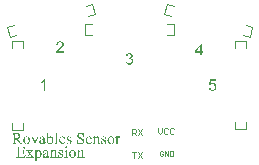
<source format=gto>
G04*
G04 #@! TF.GenerationSoftware,Altium Limited,Altium Designer,23.3.1 (30)*
G04*
G04 Layer_Color=65535*
%FSLAX25Y25*%
%MOIN*%
G70*
G04*
G04 #@! TF.SameCoordinates,CB223118-D475-4B50-827B-9E4A1506652A*
G04*
G04*
G04 #@! TF.FilePolarity,Positive*
G04*
G01*
G75*
%ADD10C,0.00394*%
%ADD11C,0.00433*%
%ADD12C,0.00400*%
G36*
X329182Y164549D02*
X329082D01*
Y164554D01*
Y164565D01*
X329076Y164582D01*
X329071Y164610D01*
X329060Y164671D01*
X329043Y164754D01*
X329021Y164843D01*
X328987Y164937D01*
X328954Y165031D01*
X328910Y165115D01*
X328904Y165126D01*
X328888Y165148D01*
X328860Y165187D01*
X328821Y165237D01*
X328771Y165287D01*
X328710Y165342D01*
X328643Y165398D01*
X328560Y165448D01*
X328549Y165453D01*
X328521Y165470D01*
X328477Y165487D01*
X328416Y165514D01*
X328344Y165536D01*
X328266Y165553D01*
X328177Y165570D01*
X328088Y165575D01*
X328044D01*
X327994Y165564D01*
X327927Y165553D01*
X327855Y165531D01*
X327778Y165503D01*
X327705Y165459D01*
X327633Y165403D01*
X327628Y165398D01*
X327606Y165375D01*
X327578Y165337D01*
X327544Y165292D01*
X327511Y165237D01*
X327483Y165170D01*
X327461Y165098D01*
X327456Y165020D01*
Y165015D01*
Y164992D01*
X327461Y164965D01*
X327472Y164920D01*
X327483Y164876D01*
X327500Y164826D01*
X327528Y164776D01*
X327567Y164721D01*
X327578Y164709D01*
X327589Y164698D01*
X327600Y164687D01*
X327622Y164665D01*
X327650Y164643D01*
X327689Y164615D01*
X327728Y164582D01*
X327778Y164549D01*
X327833Y164504D01*
X327894Y164465D01*
X327966Y164415D01*
X328049Y164365D01*
X328138Y164310D01*
X328238Y164254D01*
X328349Y164193D01*
X328355Y164188D01*
X328371Y164182D01*
X328399Y164166D01*
X328432Y164149D01*
X328471Y164127D01*
X328516Y164099D01*
X328621Y164038D01*
X328738Y163971D01*
X328849Y163905D01*
X328948Y163838D01*
X328993Y163805D01*
X329032Y163777D01*
X329043Y163771D01*
X329065Y163749D01*
X329098Y163722D01*
X329137Y163683D01*
X329187Y163633D01*
X329232Y163572D01*
X329282Y163511D01*
X329320Y163438D01*
X329326Y163427D01*
X329337Y163405D01*
X329354Y163366D01*
X329370Y163316D01*
X329387Y163255D01*
X329404Y163183D01*
X329415Y163105D01*
X329420Y163028D01*
Y163022D01*
Y163011D01*
Y162989D01*
X329415Y162961D01*
X329409Y162922D01*
X329404Y162883D01*
X329381Y162789D01*
X329343Y162678D01*
X329320Y162623D01*
X329287Y162562D01*
X329248Y162501D01*
X329209Y162445D01*
X329159Y162384D01*
X329104Y162329D01*
X329098Y162323D01*
X329087Y162317D01*
X329071Y162301D01*
X329048Y162284D01*
X329015Y162262D01*
X328976Y162234D01*
X328932Y162206D01*
X328882Y162184D01*
X328826Y162156D01*
X328765Y162129D01*
X328627Y162079D01*
X328466Y162046D01*
X328382Y162040D01*
X328288Y162034D01*
X328233D01*
X328194Y162040D01*
X328149D01*
X328099Y162046D01*
X327994Y162062D01*
X327988D01*
X327977Y162068D01*
X327955D01*
X327922Y162079D01*
X327877Y162090D01*
X327816Y162107D01*
X327744Y162129D01*
X327655Y162156D01*
X327644Y162162D01*
X327617Y162168D01*
X327572Y162184D01*
X327522Y162201D01*
X327467Y162212D01*
X327411Y162229D01*
X327367Y162234D01*
X327333Y162240D01*
X327322D01*
X327295Y162234D01*
X327261Y162223D01*
X327228Y162195D01*
X327222Y162190D01*
X327217Y162179D01*
X327206Y162162D01*
X327200Y162140D01*
X327189Y162112D01*
X327178Y162079D01*
X327173Y162034D01*
X327073D01*
Y163261D01*
X327173D01*
Y163255D01*
X327178Y163244D01*
Y163222D01*
X327184Y163200D01*
X327189Y163167D01*
X327200Y163128D01*
X327222Y163045D01*
X327245Y162950D01*
X327278Y162850D01*
X327317Y162761D01*
X327356Y162678D01*
X327361Y162673D01*
X327378Y162645D01*
X327406Y162612D01*
X327445Y162567D01*
X327495Y162517D01*
X327555Y162467D01*
X327628Y162412D01*
X327711Y162362D01*
X327716D01*
X327722Y162356D01*
X327755Y162345D01*
X327800Y162323D01*
X327866Y162301D01*
X327944Y162279D01*
X328033Y162256D01*
X328127Y162245D01*
X328233Y162240D01*
X328266D01*
X328288Y162245D01*
X328349Y162251D01*
X328421Y162262D01*
X328505Y162284D01*
X328593Y162312D01*
X328677Y162356D01*
X328754Y162412D01*
X328765Y162417D01*
X328788Y162445D01*
X328815Y162478D01*
X328854Y162528D01*
X328888Y162589D01*
X328921Y162662D01*
X328943Y162739D01*
X328948Y162828D01*
Y162834D01*
Y162850D01*
X328943Y162878D01*
X328937Y162911D01*
X328932Y162950D01*
X328915Y162995D01*
X328899Y163045D01*
X328871Y163094D01*
X328865Y163100D01*
X328860Y163117D01*
X328838Y163144D01*
X328815Y163178D01*
X328788Y163216D01*
X328749Y163255D01*
X328704Y163300D01*
X328649Y163344D01*
X328643Y163350D01*
X328627Y163361D01*
X328593Y163383D01*
X328538Y163416D01*
X328505Y163438D01*
X328466Y163466D01*
X328416Y163494D01*
X328366Y163522D01*
X328305Y163555D01*
X328238Y163594D01*
X328166Y163638D01*
X328083Y163683D01*
X328077Y163688D01*
X328061Y163694D01*
X328038Y163705D01*
X328011Y163727D01*
X327972Y163749D01*
X327927Y163771D01*
X327827Y163833D01*
X327722Y163894D01*
X327611Y163966D01*
X327511Y164032D01*
X327467Y164066D01*
X327428Y164093D01*
X327417Y164099D01*
X327395Y164121D01*
X327361Y164155D01*
X327317Y164193D01*
X327272Y164243D01*
X327222Y164304D01*
X327173Y164365D01*
X327134Y164432D01*
X327128Y164443D01*
X327117Y164465D01*
X327100Y164504D01*
X327084Y164554D01*
X327067Y164610D01*
X327050Y164682D01*
X327039Y164754D01*
X327034Y164837D01*
Y164843D01*
Y164854D01*
Y164876D01*
X327039Y164904D01*
X327045Y164937D01*
X327050Y164976D01*
X327073Y165065D01*
X327106Y165170D01*
X327156Y165281D01*
X327189Y165337D01*
X327234Y165398D01*
X327278Y165448D01*
X327328Y165503D01*
X327333Y165509D01*
X327339Y165514D01*
X327356Y165531D01*
X327383Y165548D01*
X327411Y165570D01*
X327445Y165592D01*
X327489Y165620D01*
X327533Y165647D01*
X327644Y165697D01*
X327772Y165742D01*
X327916Y165775D01*
X327999Y165781D01*
X328083Y165786D01*
X328133D01*
X328188Y165781D01*
X328266Y165770D01*
X328355Y165753D01*
X328460Y165725D01*
X328571Y165692D01*
X328688Y165642D01*
X328693D01*
X328710Y165631D01*
X328738Y165625D01*
X328771Y165614D01*
X328838Y165592D01*
X328871Y165586D01*
X328899Y165581D01*
X328910D01*
X328937Y165586D01*
X328976Y165597D01*
X329010Y165620D01*
X329015Y165625D01*
X329026Y165636D01*
X329037Y165653D01*
X329048Y165675D01*
X329060Y165708D01*
X329071Y165742D01*
X329082Y165786D01*
X329182D01*
Y164549D01*
D02*
G37*
G36*
X336558Y163783D02*
X336469D01*
Y163788D01*
X336463Y163799D01*
X336458Y163821D01*
X336452Y163844D01*
X336430Y163910D01*
X336397Y163994D01*
X336358Y164082D01*
X336313Y164171D01*
X336263Y164249D01*
X336236Y164282D01*
X336208Y164310D01*
X336202Y164315D01*
X336180Y164332D01*
X336147Y164354D01*
X336103Y164382D01*
X336041Y164410D01*
X335975Y164432D01*
X335897Y164449D01*
X335808Y164454D01*
X335775D01*
X335742Y164449D01*
X335703Y164443D01*
X335653Y164432D01*
X335603Y164410D01*
X335553Y164388D01*
X335509Y164354D01*
X335503Y164349D01*
X335492Y164338D01*
X335475Y164315D01*
X335453Y164288D01*
X335414Y164221D01*
X335403Y164182D01*
X335398Y164138D01*
Y164132D01*
Y164116D01*
X335403Y164082D01*
X335409Y164049D01*
X335420Y164010D01*
X335431Y163966D01*
X335453Y163921D01*
X335481Y163883D01*
X335487Y163877D01*
X335498Y163866D01*
X335520Y163844D01*
X335553Y163816D01*
X335597Y163783D01*
X335659Y163744D01*
X335731Y163699D01*
X335814Y163655D01*
X336202Y163466D01*
X336208Y163461D01*
X336225Y163455D01*
X336252Y163438D01*
X336286Y163416D01*
X336330Y163394D01*
X336374Y163361D01*
X336474Y163283D01*
X336569Y163183D01*
X336619Y163128D01*
X336658Y163067D01*
X336691Y163000D01*
X336719Y162928D01*
X336735Y162856D01*
X336741Y162778D01*
Y162773D01*
Y162761D01*
Y162745D01*
X336735Y162723D01*
X336730Y162662D01*
X336707Y162589D01*
X336680Y162501D01*
X336635Y162412D01*
X336574Y162323D01*
X336535Y162284D01*
X336491Y162245D01*
X336480Y162234D01*
X336447Y162212D01*
X336397Y162184D01*
X336330Y162145D01*
X336247Y162107D01*
X336147Y162079D01*
X336041Y162057D01*
X335930Y162046D01*
X335892D01*
X335847Y162051D01*
X335786Y162057D01*
X335708Y162062D01*
X335620Y162079D01*
X335525Y162095D01*
X335420Y162118D01*
X335414D01*
X335409Y162123D01*
X335370Y162134D01*
X335326Y162140D01*
X335281Y162145D01*
X335270D01*
X335248Y162140D01*
X335214Y162118D01*
X335198Y162107D01*
X335187Y162084D01*
X335098D01*
Y162950D01*
X335187D01*
Y162945D01*
X335192Y162934D01*
Y162917D01*
X335203Y162889D01*
X335220Y162822D01*
X335248Y162739D01*
X335287Y162645D01*
X335337Y162550D01*
X335392Y162462D01*
X335464Y162384D01*
X335475Y162379D01*
X335503Y162356D01*
X335547Y162329D01*
X335603Y162295D01*
X335670Y162256D01*
X335753Y162229D01*
X335842Y162206D01*
X335936Y162201D01*
X335969D01*
X336003Y162206D01*
X336041Y162212D01*
X336091Y162229D01*
X336141Y162245D01*
X336191Y162273D01*
X336236Y162306D01*
X336241Y162312D01*
X336252Y162323D01*
X336275Y162345D01*
X336297Y162379D01*
X336313Y162417D01*
X336336Y162456D01*
X336347Y162506D01*
X336352Y162562D01*
Y162567D01*
Y162595D01*
X336347Y162628D01*
X336336Y162667D01*
X336319Y162717D01*
X336297Y162767D01*
X336263Y162817D01*
X336219Y162867D01*
X336213Y162872D01*
X336191Y162889D01*
X336158Y162917D01*
X336108Y162956D01*
X336036Y163000D01*
X335947Y163056D01*
X335897Y163083D01*
X335836Y163117D01*
X335775Y163150D01*
X335703Y163183D01*
X335697D01*
X335686Y163194D01*
X335670Y163200D01*
X335642Y163216D01*
X335575Y163250D01*
X335498Y163300D01*
X335414Y163350D01*
X335331Y163411D01*
X335259Y163466D01*
X335231Y163500D01*
X335203Y163527D01*
X335198Y163533D01*
X335187Y163555D01*
X335165Y163588D01*
X335148Y163633D01*
X335126Y163683D01*
X335104Y163749D01*
X335092Y163821D01*
X335087Y163905D01*
Y163910D01*
Y163916D01*
Y163933D01*
X335092Y163955D01*
X335098Y164010D01*
X335115Y164082D01*
X335137Y164160D01*
X335170Y164243D01*
X335220Y164327D01*
X335287Y164404D01*
X335298Y164415D01*
X335326Y164437D01*
X335370Y164471D01*
X335431Y164510D01*
X335509Y164543D01*
X335597Y164576D01*
X335703Y164599D01*
X335820Y164610D01*
X335847D01*
X335875Y164604D01*
X335919D01*
X335969Y164593D01*
X336025Y164582D01*
X336091Y164571D01*
X336163Y164549D01*
X336169D01*
X336186Y164543D01*
X336208Y164537D01*
X336241Y164532D01*
X336302Y164515D01*
X336325Y164510D01*
X336369D01*
X336391Y164515D01*
X336408Y164526D01*
X336413Y164532D01*
X336424Y164543D01*
X336447Y164571D01*
X336469Y164610D01*
X336558D01*
Y163783D01*
D02*
G37*
G36*
X324980D02*
X324891D01*
Y163788D01*
X324886Y163799D01*
X324880Y163821D01*
X324875Y163844D01*
X324853Y163910D01*
X324819Y163994D01*
X324781Y164082D01*
X324736Y164171D01*
X324686Y164249D01*
X324658Y164282D01*
X324631Y164310D01*
X324625Y164315D01*
X324603Y164332D01*
X324570Y164354D01*
X324525Y164382D01*
X324464Y164410D01*
X324398Y164432D01*
X324320Y164449D01*
X324231Y164454D01*
X324198D01*
X324164Y164449D01*
X324126Y164443D01*
X324076Y164432D01*
X324026Y164410D01*
X323976Y164388D01*
X323931Y164354D01*
X323926Y164349D01*
X323915Y164338D01*
X323898Y164315D01*
X323876Y164288D01*
X323837Y164221D01*
X323826Y164182D01*
X323820Y164138D01*
Y164132D01*
Y164116D01*
X323826Y164082D01*
X323831Y164049D01*
X323843Y164010D01*
X323854Y163966D01*
X323876Y163921D01*
X323904Y163883D01*
X323909Y163877D01*
X323920Y163866D01*
X323942Y163844D01*
X323976Y163816D01*
X324020Y163783D01*
X324081Y163744D01*
X324153Y163699D01*
X324237Y163655D01*
X324625Y163466D01*
X324631Y163461D01*
X324647Y163455D01*
X324675Y163438D01*
X324708Y163416D01*
X324753Y163394D01*
X324797Y163361D01*
X324897Y163283D01*
X324991Y163183D01*
X325041Y163128D01*
X325080Y163067D01*
X325114Y163000D01*
X325141Y162928D01*
X325158Y162856D01*
X325164Y162778D01*
Y162773D01*
Y162761D01*
Y162745D01*
X325158Y162723D01*
X325152Y162662D01*
X325130Y162589D01*
X325102Y162501D01*
X325058Y162412D01*
X324997Y162323D01*
X324958Y162284D01*
X324914Y162245D01*
X324903Y162234D01*
X324869Y162212D01*
X324819Y162184D01*
X324753Y162145D01*
X324670Y162107D01*
X324570Y162079D01*
X324464Y162057D01*
X324353Y162046D01*
X324314D01*
X324270Y162051D01*
X324209Y162057D01*
X324131Y162062D01*
X324042Y162079D01*
X323948Y162095D01*
X323843Y162118D01*
X323837D01*
X323831Y162123D01*
X323793Y162134D01*
X323748Y162140D01*
X323704Y162145D01*
X323693D01*
X323671Y162140D01*
X323637Y162118D01*
X323621Y162107D01*
X323609Y162084D01*
X323521D01*
Y162950D01*
X323609D01*
Y162945D01*
X323615Y162934D01*
Y162917D01*
X323626Y162889D01*
X323643Y162822D01*
X323671Y162739D01*
X323709Y162645D01*
X323759Y162550D01*
X323815Y162462D01*
X323887Y162384D01*
X323898Y162379D01*
X323926Y162356D01*
X323970Y162329D01*
X324026Y162295D01*
X324092Y162256D01*
X324176Y162229D01*
X324264Y162206D01*
X324359Y162201D01*
X324392D01*
X324425Y162206D01*
X324464Y162212D01*
X324514Y162229D01*
X324564Y162245D01*
X324614Y162273D01*
X324658Y162306D01*
X324664Y162312D01*
X324675Y162323D01*
X324697Y162345D01*
X324720Y162379D01*
X324736Y162417D01*
X324758Y162456D01*
X324769Y162506D01*
X324775Y162562D01*
Y162567D01*
Y162595D01*
X324769Y162628D01*
X324758Y162667D01*
X324742Y162717D01*
X324720Y162767D01*
X324686Y162817D01*
X324642Y162867D01*
X324636Y162872D01*
X324614Y162889D01*
X324581Y162917D01*
X324531Y162956D01*
X324459Y163000D01*
X324370Y163056D01*
X324320Y163083D01*
X324259Y163117D01*
X324198Y163150D01*
X324126Y163183D01*
X324120D01*
X324109Y163194D01*
X324092Y163200D01*
X324065Y163216D01*
X323998Y163250D01*
X323920Y163300D01*
X323837Y163350D01*
X323754Y163411D01*
X323682Y163466D01*
X323654Y163500D01*
X323626Y163527D01*
X323621Y163533D01*
X323609Y163555D01*
X323587Y163588D01*
X323571Y163633D01*
X323548Y163683D01*
X323526Y163749D01*
X323515Y163821D01*
X323510Y163905D01*
Y163910D01*
Y163916D01*
Y163933D01*
X323515Y163955D01*
X323521Y164010D01*
X323537Y164082D01*
X323559Y164160D01*
X323593Y164243D01*
X323643Y164327D01*
X323709Y164404D01*
X323720Y164415D01*
X323748Y164437D01*
X323793Y164471D01*
X323854Y164510D01*
X323931Y164543D01*
X324020Y164576D01*
X324126Y164599D01*
X324242Y164610D01*
X324270D01*
X324298Y164604D01*
X324342D01*
X324392Y164593D01*
X324447Y164582D01*
X324514Y164571D01*
X324586Y164549D01*
X324592D01*
X324608Y164543D01*
X324631Y164537D01*
X324664Y164532D01*
X324725Y164515D01*
X324747Y164510D01*
X324792D01*
X324814Y164515D01*
X324831Y164526D01*
X324836Y164532D01*
X324847Y164543D01*
X324869Y164571D01*
X324891Y164610D01*
X324980D01*
Y163783D01*
D02*
G37*
G36*
X333866Y164604D02*
X333916Y164599D01*
X333966Y164587D01*
X334027Y164565D01*
X334082Y164543D01*
X334138Y164510D01*
X334143Y164504D01*
X334160Y164493D01*
X334188Y164465D01*
X334221Y164432D01*
X334254Y164388D01*
X334293Y164332D01*
X334332Y164260D01*
X334365Y164182D01*
X334371Y164177D01*
X334377Y164155D01*
X334388Y164116D01*
X334399Y164060D01*
X334410Y163994D01*
X334415Y163910D01*
X334426Y163810D01*
Y163694D01*
Y162667D01*
Y162656D01*
Y162628D01*
Y162589D01*
X334432Y162539D01*
X334443Y162434D01*
X334449Y162390D01*
X334460Y162351D01*
X334465Y162340D01*
X334482Y162312D01*
X334510Y162279D01*
X334554Y162245D01*
X334560D01*
X334565Y162240D01*
X334587Y162234D01*
X334610Y162229D01*
X334643Y162223D01*
X334687Y162217D01*
X334737Y162212D01*
X334798D01*
Y162118D01*
X333599D01*
Y162212D01*
X333672D01*
X333699Y162217D01*
X333738D01*
X333816Y162234D01*
X333855Y162245D01*
X333882Y162262D01*
X333888D01*
X333894Y162273D01*
X333921Y162301D01*
X333949Y162345D01*
X333977Y162412D01*
Y162423D01*
X333982Y162440D01*
Y162462D01*
Y162495D01*
X333988Y162539D01*
Y162595D01*
Y162667D01*
Y163655D01*
Y163661D01*
Y163672D01*
Y163688D01*
Y163710D01*
X333982Y163766D01*
X333977Y163838D01*
X333966Y163921D01*
X333949Y163999D01*
X333927Y164077D01*
X333899Y164138D01*
X333894Y164143D01*
X333882Y164160D01*
X333860Y164188D01*
X333833Y164216D01*
X333794Y164238D01*
X333744Y164266D01*
X333683Y164282D01*
X333611Y164288D01*
X333577D01*
X333555Y164282D01*
X333494Y164271D01*
X333416Y164243D01*
X333322Y164204D01*
X333272Y164177D01*
X333217Y164143D01*
X333161Y164104D01*
X333105Y164055D01*
X333050Y164005D01*
X332989Y163944D01*
Y162667D01*
Y162656D01*
Y162628D01*
Y162584D01*
X332995Y162534D01*
Y162484D01*
X333000Y162428D01*
X333006Y162390D01*
X333017Y162356D01*
Y162351D01*
X333022Y162345D01*
X333045Y162312D01*
X333072Y162279D01*
X333117Y162245D01*
X333122D01*
X333128Y162240D01*
X333150Y162234D01*
X333178Y162229D01*
X333211Y162223D01*
X333255Y162217D01*
X333316Y162212D01*
X333383D01*
Y162118D01*
X332184D01*
Y162212D01*
X332262D01*
X332295Y162217D01*
X332334Y162223D01*
X332379Y162234D01*
X332417Y162251D01*
X332456Y162273D01*
X332484Y162306D01*
X332489Y162312D01*
X332495Y162323D01*
X332506Y162351D01*
X332517Y162390D01*
X332528Y162434D01*
X332539Y162501D01*
X332551Y162573D01*
Y162667D01*
Y163566D01*
Y163572D01*
Y163583D01*
Y163605D01*
Y163633D01*
Y163672D01*
Y163710D01*
Y163794D01*
X332545Y163888D01*
X332539Y163971D01*
Y164010D01*
X332534Y164043D01*
Y164071D01*
X332528Y164093D01*
Y164099D01*
X332523Y164110D01*
X332512Y164143D01*
X332495Y164188D01*
X332484Y164204D01*
X332467Y164221D01*
X332462Y164227D01*
X332439Y164243D01*
X332406Y164254D01*
X332356Y164260D01*
X332329D01*
X332306Y164254D01*
X332251Y164243D01*
X332184Y164221D01*
X332145Y164315D01*
X332872Y164610D01*
X332989D01*
Y164099D01*
X332995Y164104D01*
X333006Y164121D01*
X333033Y164149D01*
X333061Y164177D01*
X333100Y164216D01*
X333144Y164260D01*
X333194Y164304D01*
X333250Y164354D01*
X333372Y164449D01*
X333438Y164493D01*
X333511Y164532D01*
X333583Y164565D01*
X333655Y164587D01*
X333727Y164604D01*
X333799Y164610D01*
X333833D01*
X333866Y164604D01*
D02*
G37*
G36*
X341181D02*
X341214Y164599D01*
X341253Y164587D01*
X341292Y164571D01*
X341331Y164549D01*
X341370Y164521D01*
X341375Y164515D01*
X341386Y164504D01*
X341403Y164488D01*
X341419Y164460D01*
X341453Y164399D01*
X341464Y164360D01*
X341469Y164315D01*
Y164310D01*
Y164299D01*
X341464Y164277D01*
X341458Y164254D01*
X341442Y164199D01*
X341419Y164166D01*
X341397Y164138D01*
X341392D01*
X341386Y164127D01*
X341353Y164104D01*
X341303Y164082D01*
X341269Y164077D01*
X341236Y164071D01*
X341220D01*
X341203Y164077D01*
X341175Y164082D01*
X341142Y164093D01*
X341109Y164110D01*
X341070Y164132D01*
X341025Y164160D01*
X341020Y164166D01*
X341009Y164177D01*
X340986Y164188D01*
X340964Y164210D01*
X340909Y164238D01*
X340881Y164249D01*
X340859Y164254D01*
X340853D01*
X340831Y164249D01*
X340798Y164232D01*
X340759Y164199D01*
X340753Y164193D01*
X340737Y164177D01*
X340715Y164149D01*
X340681Y164116D01*
X340648Y164066D01*
X340603Y164005D01*
X340559Y163927D01*
X340515Y163844D01*
Y162684D01*
Y162673D01*
Y162650D01*
X340520Y162612D01*
Y162567D01*
X340537Y162467D01*
X340548Y162423D01*
X340565Y162379D01*
Y162373D01*
X340570Y162367D01*
X340593Y162334D01*
X340626Y162295D01*
X340681Y162256D01*
X340687D01*
X340698Y162251D01*
X340720Y162245D01*
X340748Y162234D01*
X340781Y162229D01*
X340826Y162217D01*
X340876Y162212D01*
X340936D01*
Y162118D01*
X339693D01*
Y162212D01*
X339721D01*
X339754Y162217D01*
X339799D01*
X339888Y162234D01*
X339927Y162251D01*
X339965Y162267D01*
X339971D01*
X339976Y162279D01*
X340004Y162301D01*
X340032Y162345D01*
X340060Y162406D01*
X340065Y162417D01*
Y162434D01*
X340071Y162456D01*
Y162489D01*
X340076Y162534D01*
Y162595D01*
Y162667D01*
Y163600D01*
Y163605D01*
Y163616D01*
Y163638D01*
Y163666D01*
Y163738D01*
Y163821D01*
X340071Y163905D01*
X340065Y163988D01*
Y164027D01*
X340060Y164055D01*
Y164082D01*
X340054Y164099D01*
Y164104D01*
X340049Y164110D01*
X340043Y164143D01*
X340021Y164188D01*
X339993Y164221D01*
X339987Y164227D01*
X339960Y164243D01*
X339927Y164254D01*
X339877Y164260D01*
X339849D01*
X339826Y164254D01*
X339766Y164243D01*
X339693Y164221D01*
X339671Y164315D01*
X340398Y164610D01*
X340515D01*
Y164066D01*
X340520Y164071D01*
X340526Y164088D01*
X340543Y164116D01*
X340565Y164149D01*
X340593Y164193D01*
X340626Y164238D01*
X340704Y164338D01*
X340798Y164437D01*
X340848Y164482D01*
X340903Y164526D01*
X340959Y164560D01*
X341014Y164587D01*
X341070Y164604D01*
X341131Y164610D01*
X341153D01*
X341181Y164604D01*
D02*
G37*
G36*
X314163Y164443D02*
X314141D01*
X314119Y164437D01*
X314086Y164432D01*
X314025Y164415D01*
X313997Y164399D01*
X313975Y164382D01*
X313969Y164376D01*
X313958Y164365D01*
X313941Y164349D01*
X313919Y164321D01*
X313891Y164282D01*
X313864Y164238D01*
X313836Y164188D01*
X313808Y164121D01*
X312959Y162046D01*
X312848D01*
X311982Y164088D01*
Y164093D01*
X311971Y164110D01*
X311960Y164138D01*
X311949Y164166D01*
X311910Y164232D01*
X311893Y164260D01*
X311871Y164288D01*
Y164293D01*
X311860Y164299D01*
X311838Y164327D01*
X311793Y164360D01*
X311738Y164393D01*
X311727Y164399D01*
X311716Y164404D01*
X311699Y164410D01*
X311677Y164415D01*
X311644Y164426D01*
X311605Y164432D01*
X311560Y164443D01*
Y164537D01*
X312698D01*
Y164443D01*
X312587D01*
X312565Y164437D01*
X312515Y164421D01*
X312465Y164388D01*
X312459Y164376D01*
X312443Y164354D01*
X312421Y164310D01*
X312415Y164254D01*
Y164249D01*
Y164238D01*
X312421Y164221D01*
Y164193D01*
X312426Y164160D01*
X312437Y164127D01*
X312471Y164038D01*
X313031Y162700D01*
X313597Y164088D01*
Y164093D01*
X313608Y164110D01*
X313614Y164138D01*
X313625Y164171D01*
X313642Y164243D01*
X313653Y164277D01*
Y164310D01*
Y164315D01*
Y164332D01*
X313647Y164354D01*
X313636Y164371D01*
X313631Y164376D01*
X313614Y164393D01*
X313592Y164410D01*
X313558Y164426D01*
X313547Y164432D01*
X313536D01*
X313520Y164437D01*
X313492D01*
X313464Y164443D01*
X313375D01*
Y164537D01*
X314163D01*
Y164443D01*
D02*
G37*
G36*
X320340Y162667D02*
Y162656D01*
Y162628D01*
Y162589D01*
X320346Y162539D01*
X320352Y162440D01*
X320357Y162390D01*
X320368Y162356D01*
Y162351D01*
X320374Y162345D01*
X320396Y162317D01*
X320424Y162279D01*
X320468Y162245D01*
X320474D01*
X320485Y162240D01*
X320501Y162234D01*
X320529Y162229D01*
X320563Y162223D01*
X320607Y162217D01*
X320662Y162212D01*
X320729D01*
Y162118D01*
X319541D01*
Y162212D01*
X319597D01*
X319630Y162217D01*
X319708Y162229D01*
X319741Y162234D01*
X319769Y162245D01*
X319774D01*
X319780Y162251D01*
X319802Y162273D01*
X319835Y162306D01*
X319863Y162356D01*
Y162362D01*
X319869Y162373D01*
X319874Y162395D01*
X319885Y162428D01*
X319891Y162467D01*
X319897Y162523D01*
X319902Y162589D01*
Y162667D01*
Y164865D01*
Y164870D01*
Y164882D01*
Y164904D01*
Y164931D01*
Y164998D01*
Y165081D01*
X319897Y165165D01*
X319891Y165248D01*
X319885Y165314D01*
Y165342D01*
X319880Y165364D01*
Y165370D01*
X319874Y165381D01*
X319869Y165414D01*
X319847Y165459D01*
X319835Y165475D01*
X319819Y165492D01*
X319813Y165498D01*
X319791Y165509D01*
X319758Y165520D01*
X319719Y165525D01*
X319691D01*
X319674Y165520D01*
X319619Y165509D01*
X319547Y165487D01*
X319502Y165581D01*
X320218Y165875D01*
X320340D01*
Y162667D01*
D02*
G37*
G36*
X306793Y165697D02*
X306854D01*
X306915Y165692D01*
X307054Y165681D01*
X307192Y165664D01*
X307320Y165642D01*
X307381Y165631D01*
X307437Y165614D01*
X307442D01*
X307448Y165609D01*
X307481Y165597D01*
X307531Y165575D01*
X307598Y165548D01*
X307670Y165503D01*
X307748Y165453D01*
X307825Y165387D01*
X307897Y165309D01*
X307903Y165298D01*
X307925Y165270D01*
X307958Y165220D01*
X307992Y165159D01*
X308025Y165081D01*
X308058Y164992D01*
X308081Y164887D01*
X308086Y164776D01*
Y164770D01*
Y164759D01*
Y164743D01*
X308081Y164721D01*
X308075Y164660D01*
X308058Y164582D01*
X308036Y164493D01*
X307997Y164399D01*
X307942Y164299D01*
X307870Y164204D01*
X307859Y164193D01*
X307831Y164166D01*
X307775Y164121D01*
X307703Y164071D01*
X307614Y164016D01*
X307498Y163955D01*
X307359Y163905D01*
X307204Y163860D01*
X307947Y162834D01*
X307953Y162828D01*
X307958Y162817D01*
X307969Y162800D01*
X307992Y162778D01*
X308036Y162717D01*
X308097Y162639D01*
X308164Y162562D01*
X308236Y162484D01*
X308308Y162417D01*
X308347Y162384D01*
X308380Y162362D01*
X308391Y162356D01*
X308414Y162345D01*
X308452Y162323D01*
X308508Y162301D01*
X308580Y162273D01*
X308658Y162251D01*
X308752Y162234D01*
X308857Y162217D01*
Y162118D01*
X307897D01*
X306682Y163794D01*
X306604D01*
X306532Y163788D01*
X306343D01*
X306316Y163794D01*
Y162750D01*
Y162745D01*
Y162734D01*
Y162717D01*
Y162695D01*
X306321Y162639D01*
X306327Y162573D01*
X306332Y162501D01*
X306349Y162428D01*
X306366Y162373D01*
X306377Y162345D01*
X306388Y162329D01*
X306393Y162323D01*
X306404Y162312D01*
X306432Y162295D01*
X306466Y162273D01*
X306504Y162251D01*
X306554Y162234D01*
X306615Y162223D01*
X306687Y162217D01*
X306826D01*
Y162118D01*
X305300D01*
Y162217D01*
X305472D01*
X305511Y162223D01*
X305555Y162234D01*
X305611Y162251D01*
X305661Y162279D01*
X305711Y162312D01*
X305755Y162362D01*
Y162367D01*
X305766Y162379D01*
X305772Y162406D01*
X305783Y162440D01*
X305794Y162495D01*
X305800Y162562D01*
X305811Y162645D01*
Y162750D01*
Y165070D01*
Y165076D01*
Y165087D01*
Y165103D01*
Y165126D01*
X305805Y165181D01*
X305800Y165248D01*
X305794Y165320D01*
X305777Y165387D01*
X305761Y165448D01*
X305744Y165470D01*
X305733Y165487D01*
X305727Y165492D01*
X305716Y165503D01*
X305689Y165525D01*
X305661Y165548D01*
X305616Y165564D01*
X305566Y165586D01*
X305505Y165597D01*
X305433Y165603D01*
X305300D01*
Y165703D01*
X306737D01*
X306793Y165697D01*
D02*
G37*
G36*
X315501Y164604D02*
X315579Y164599D01*
X315662Y164582D01*
X315751Y164565D01*
X315834Y164537D01*
X315917Y164499D01*
X315923Y164493D01*
X315945Y164482D01*
X315973Y164465D01*
X316006Y164437D01*
X316039Y164399D01*
X316078Y164354D01*
X316117Y164304D01*
X316145Y164243D01*
Y164238D01*
X316150Y164221D01*
X316161Y164188D01*
X316172Y164143D01*
X316178Y164077D01*
X316189Y163999D01*
X316195Y163899D01*
Y163777D01*
Y162956D01*
Y162950D01*
Y162939D01*
Y162922D01*
Y162900D01*
Y162839D01*
Y162773D01*
X316200Y162700D01*
Y162628D01*
Y162567D01*
X316206Y162545D01*
Y162528D01*
Y162523D01*
Y162517D01*
X316217Y162484D01*
X316228Y162451D01*
X316245Y162423D01*
X316250Y162417D01*
X316267Y162412D01*
X316289Y162406D01*
X316317Y162401D01*
X316344D01*
X316367Y162406D01*
X316394Y162417D01*
X316400D01*
X316406Y162423D01*
X316422Y162434D01*
X316444Y162456D01*
X316472Y162478D01*
X316511Y162512D01*
X316555Y162556D01*
X316611Y162612D01*
Y162462D01*
X316605Y162456D01*
X316600Y162445D01*
X316583Y162423D01*
X316561Y162401D01*
X316500Y162340D01*
X316428Y162267D01*
X316339Y162190D01*
X316245Y162129D01*
X316195Y162107D01*
X316145Y162084D01*
X316089Y162073D01*
X316039Y162068D01*
X316017D01*
X315995Y162073D01*
X315967Y162079D01*
X315934Y162090D01*
X315900Y162107D01*
X315867Y162129D01*
X315834Y162156D01*
X315828Y162162D01*
X315823Y162173D01*
X315812Y162195D01*
X315795Y162229D01*
X315778Y162267D01*
X315767Y162323D01*
X315762Y162384D01*
X315756Y162462D01*
X315751Y162456D01*
X315740Y162451D01*
X315723Y162434D01*
X315695Y162417D01*
X315634Y162367D01*
X315556Y162312D01*
X315479Y162256D01*
X315401Y162201D01*
X315340Y162156D01*
X315312Y162140D01*
X315290Y162129D01*
X315284D01*
X315268Y162118D01*
X315234Y162112D01*
X315196Y162101D01*
X315151Y162090D01*
X315101Y162079D01*
X315046Y162073D01*
X314985Y162068D01*
X314974D01*
X314946Y162073D01*
X314896Y162079D01*
X314841Y162090D01*
X314774Y162107D01*
X314707Y162140D01*
X314641Y162179D01*
X314574Y162234D01*
X314568Y162240D01*
X314552Y162267D01*
X314524Y162306D01*
X314496Y162356D01*
X314463Y162423D01*
X314441Y162501D01*
X314419Y162589D01*
X314413Y162689D01*
Y162695D01*
Y162717D01*
X314419Y162750D01*
X314424Y162795D01*
X314430Y162845D01*
X314446Y162895D01*
X314463Y162945D01*
X314491Y162995D01*
X314496Y163000D01*
X314513Y163022D01*
X314541Y163061D01*
X314580Y163105D01*
X314630Y163155D01*
X314691Y163211D01*
X314768Y163272D01*
X314863Y163333D01*
X314868D01*
X314874Y163339D01*
X314890Y163350D01*
X314913Y163361D01*
X314946Y163377D01*
X314979Y163394D01*
X315024Y163416D01*
X315079Y163444D01*
X315135Y163472D01*
X315201Y163500D01*
X315273Y163533D01*
X315357Y163566D01*
X315445Y163600D01*
X315540Y163638D01*
X315645Y163677D01*
X315756Y163722D01*
Y163816D01*
Y163821D01*
Y163833D01*
Y163849D01*
Y163877D01*
X315751Y163938D01*
X315740Y164016D01*
X315728Y164093D01*
X315706Y164177D01*
X315679Y164249D01*
X315640Y164310D01*
X315634Y164315D01*
X315617Y164332D01*
X315595Y164354D01*
X315556Y164382D01*
X315512Y164404D01*
X315457Y164426D01*
X315390Y164443D01*
X315312Y164449D01*
X315284D01*
X315257Y164443D01*
X315218Y164437D01*
X315174Y164426D01*
X315129Y164410D01*
X315085Y164388D01*
X315046Y164354D01*
X315040Y164349D01*
X315029Y164338D01*
X315018Y164321D01*
X315001Y164293D01*
X314968Y164232D01*
X314957Y164193D01*
X314951Y164149D01*
X314957Y163994D01*
Y163988D01*
Y163971D01*
X314951Y163949D01*
Y163927D01*
X314929Y163860D01*
X314913Y163833D01*
X314890Y163805D01*
X314879Y163794D01*
X314846Y163777D01*
X314796Y163755D01*
X314763Y163749D01*
X314729Y163744D01*
X314713D01*
X314696Y163749D01*
X314674Y163755D01*
X314618Y163771D01*
X314591Y163788D01*
X314568Y163810D01*
Y163816D01*
X314557Y163821D01*
X314552Y163838D01*
X314541Y163860D01*
X314530Y163888D01*
X314519Y163916D01*
X314513Y163955D01*
X314508Y163999D01*
Y164010D01*
X314513Y164038D01*
X314519Y164082D01*
X314535Y164138D01*
X314563Y164199D01*
X314602Y164271D01*
X314657Y164343D01*
X314735Y164415D01*
X314746Y164426D01*
X314779Y164449D01*
X314829Y164476D01*
X314907Y164515D01*
X314996Y164549D01*
X315112Y164582D01*
X315240Y164604D01*
X315390Y164610D01*
X315445D01*
X315501Y164604D01*
D02*
G37*
G36*
X338372D02*
X338417Y164599D01*
X338472Y164587D01*
X338533Y164576D01*
X338600Y164560D01*
X338667Y164537D01*
X338739Y164504D01*
X338811Y164471D01*
X338889Y164432D01*
X338961Y164382D01*
X339033Y164327D01*
X339100Y164260D01*
X339166Y164188D01*
X339172Y164182D01*
X339177Y164171D01*
X339194Y164155D01*
X339211Y164127D01*
X339233Y164093D01*
X339255Y164049D01*
X339283Y164005D01*
X339310Y163955D01*
X339360Y163833D01*
X339405Y163694D01*
X339438Y163538D01*
X339444Y163455D01*
X339449Y163372D01*
Y163366D01*
Y163355D01*
Y163339D01*
Y163316D01*
X339444Y163289D01*
Y163250D01*
X339427Y163167D01*
X339410Y163067D01*
X339383Y162956D01*
X339344Y162834D01*
X339288Y162712D01*
Y162706D01*
X339283Y162695D01*
X339271Y162678D01*
X339260Y162656D01*
X339227Y162595D01*
X339177Y162523D01*
X339116Y162445D01*
X339044Y162362D01*
X338955Y162284D01*
X338861Y162212D01*
X338855D01*
X338850Y162206D01*
X338833Y162195D01*
X338811Y162184D01*
X338755Y162162D01*
X338683Y162129D01*
X338595Y162101D01*
X338489Y162073D01*
X338372Y162051D01*
X338250Y162046D01*
X338228D01*
X338200Y162051D01*
X338161D01*
X338117Y162057D01*
X338062Y162068D01*
X338001Y162084D01*
X337940Y162101D01*
X337873Y162123D01*
X337801Y162151D01*
X337729Y162184D01*
X337656Y162229D01*
X337584Y162279D01*
X337512Y162334D01*
X337446Y162401D01*
X337385Y162478D01*
X337379Y162484D01*
X337373Y162495D01*
X337362Y162517D01*
X337340Y162545D01*
X337323Y162578D01*
X337301Y162617D01*
X337274Y162667D01*
X337251Y162717D01*
X337201Y162839D01*
X337157Y162978D01*
X337124Y163133D01*
X337118Y163216D01*
X337113Y163300D01*
Y163305D01*
Y163316D01*
Y163333D01*
Y163355D01*
X337118Y163389D01*
X337124Y163422D01*
X337135Y163505D01*
X337152Y163605D01*
X337179Y163722D01*
X337218Y163838D01*
X337274Y163960D01*
Y163966D01*
X337279Y163977D01*
X337290Y163994D01*
X337301Y164016D01*
X337340Y164071D01*
X337390Y164149D01*
X337451Y164227D01*
X337529Y164304D01*
X337612Y164382D01*
X337706Y164449D01*
X337712D01*
X337718Y164454D01*
X337734Y164465D01*
X337756Y164476D01*
X337806Y164499D01*
X337878Y164532D01*
X337967Y164560D01*
X338062Y164587D01*
X338167Y164604D01*
X338278Y164610D01*
X338334D01*
X338372Y164604D01*
D02*
G37*
G36*
X331091D02*
X331124D01*
X331169Y164593D01*
X331257Y164576D01*
X331363Y164543D01*
X331474Y164493D01*
X331535Y164465D01*
X331585Y164426D01*
X331640Y164388D01*
X331690Y164338D01*
X331696Y164332D01*
X331701Y164327D01*
X331712Y164310D01*
X331735Y164288D01*
X331751Y164260D01*
X331773Y164232D01*
X331823Y164149D01*
X331873Y164043D01*
X331918Y163921D01*
X331946Y163783D01*
X331951Y163705D01*
X331957Y163622D01*
X330286D01*
Y163616D01*
Y163600D01*
Y163572D01*
X330292Y163533D01*
Y163488D01*
X330297Y163433D01*
X330308Y163377D01*
X330319Y163316D01*
X330347Y163178D01*
X330392Y163039D01*
X330425Y162967D01*
X330458Y162900D01*
X330503Y162839D01*
X330547Y162778D01*
X330553Y162773D01*
X330558Y162767D01*
X330575Y162750D01*
X330591Y162734D01*
X330647Y162684D01*
X330725Y162628D01*
X330813Y162573D01*
X330919Y162523D01*
X331035Y162489D01*
X331096Y162484D01*
X331163Y162478D01*
X331202D01*
X331246Y162484D01*
X331302Y162495D01*
X331368Y162512D01*
X331435Y162534D01*
X331507Y162562D01*
X331574Y162606D01*
X331579Y162612D01*
X331602Y162634D01*
X331635Y162662D01*
X331679Y162712D01*
X331723Y162773D01*
X331773Y162850D01*
X331823Y162945D01*
X331873Y163056D01*
X331957Y163000D01*
Y162995D01*
Y162983D01*
X331951Y162967D01*
X331946Y162939D01*
X331934Y162906D01*
X331923Y162867D01*
X331896Y162778D01*
X331851Y162678D01*
X331796Y162567D01*
X331723Y162451D01*
X331629Y162340D01*
X331624Y162334D01*
X331618Y162329D01*
X331602Y162312D01*
X331579Y162295D01*
X331524Y162245D01*
X331446Y162195D01*
X331352Y162140D01*
X331235Y162090D01*
X331107Y162057D01*
X331035Y162051D01*
X330963Y162046D01*
X330919D01*
X330891Y162051D01*
X330852Y162057D01*
X330808Y162062D01*
X330708Y162090D01*
X330586Y162129D01*
X330525Y162156D01*
X330464Y162190D01*
X330397Y162229D01*
X330336Y162273D01*
X330275Y162323D01*
X330214Y162384D01*
X330208Y162390D01*
X330203Y162401D01*
X330186Y162417D01*
X330164Y162445D01*
X330142Y162478D01*
X330120Y162523D01*
X330092Y162567D01*
X330064Y162623D01*
X330031Y162689D01*
X330003Y162756D01*
X329981Y162828D01*
X329959Y162911D01*
X329937Y163000D01*
X329920Y163089D01*
X329914Y163189D01*
X329909Y163294D01*
Y163300D01*
Y163322D01*
Y163355D01*
X329914Y163400D01*
X329920Y163450D01*
X329925Y163511D01*
X329937Y163577D01*
X329948Y163649D01*
X329986Y163805D01*
X330014Y163883D01*
X330042Y163966D01*
X330081Y164043D01*
X330120Y164121D01*
X330170Y164193D01*
X330225Y164260D01*
X330231Y164266D01*
X330242Y164277D01*
X330258Y164293D01*
X330280Y164315D01*
X330314Y164343D01*
X330353Y164371D01*
X330397Y164404D01*
X330441Y164437D01*
X330497Y164465D01*
X330558Y164499D01*
X330697Y164554D01*
X330769Y164576D01*
X330852Y164593D01*
X330935Y164604D01*
X331024Y164610D01*
X331063D01*
X331091Y164604D01*
D02*
G37*
G36*
X322222D02*
X322255D01*
X322300Y164593D01*
X322389Y164576D01*
X322494Y164543D01*
X322605Y164493D01*
X322666Y164465D01*
X322716Y164426D01*
X322771Y164388D01*
X322821Y164338D01*
X322827Y164332D01*
X322832Y164327D01*
X322844Y164310D01*
X322866Y164288D01*
X322882Y164260D01*
X322905Y164232D01*
X322955Y164149D01*
X323005Y164043D01*
X323049Y163921D01*
X323077Y163783D01*
X323082Y163705D01*
X323088Y163622D01*
X321417D01*
Y163616D01*
Y163600D01*
Y163572D01*
X321423Y163533D01*
Y163488D01*
X321428Y163433D01*
X321439Y163377D01*
X321450Y163316D01*
X321478Y163178D01*
X321523Y163039D01*
X321556Y162967D01*
X321589Y162900D01*
X321634Y162839D01*
X321678Y162778D01*
X321684Y162773D01*
X321689Y162767D01*
X321706Y162750D01*
X321722Y162734D01*
X321778Y162684D01*
X321856Y162628D01*
X321944Y162573D01*
X322050Y162523D01*
X322166Y162489D01*
X322228Y162484D01*
X322294Y162478D01*
X322333D01*
X322377Y162484D01*
X322433Y162495D01*
X322499Y162512D01*
X322566Y162534D01*
X322638Y162562D01*
X322705Y162606D01*
X322710Y162612D01*
X322732Y162634D01*
X322766Y162662D01*
X322810Y162712D01*
X322855Y162773D01*
X322905Y162850D01*
X322955Y162945D01*
X323005Y163056D01*
X323088Y163000D01*
Y162995D01*
Y162983D01*
X323082Y162967D01*
X323077Y162939D01*
X323065Y162906D01*
X323054Y162867D01*
X323027Y162778D01*
X322982Y162678D01*
X322927Y162567D01*
X322855Y162451D01*
X322760Y162340D01*
X322755Y162334D01*
X322749Y162329D01*
X322732Y162312D01*
X322710Y162295D01*
X322655Y162245D01*
X322577Y162195D01*
X322483Y162140D01*
X322366Y162090D01*
X322239Y162057D01*
X322166Y162051D01*
X322094Y162046D01*
X322050D01*
X322022Y162051D01*
X321983Y162057D01*
X321939Y162062D01*
X321839Y162090D01*
X321717Y162129D01*
X321656Y162156D01*
X321595Y162190D01*
X321528Y162229D01*
X321467Y162273D01*
X321406Y162323D01*
X321345Y162384D01*
X321340Y162390D01*
X321334Y162401D01*
X321317Y162417D01*
X321295Y162445D01*
X321273Y162478D01*
X321251Y162523D01*
X321223Y162567D01*
X321195Y162623D01*
X321162Y162689D01*
X321134Y162756D01*
X321112Y162828D01*
X321090Y162911D01*
X321068Y163000D01*
X321051Y163089D01*
X321045Y163189D01*
X321040Y163294D01*
Y163300D01*
Y163322D01*
Y163355D01*
X321045Y163400D01*
X321051Y163450D01*
X321056Y163511D01*
X321068Y163577D01*
X321079Y163649D01*
X321117Y163805D01*
X321145Y163883D01*
X321173Y163966D01*
X321212Y164043D01*
X321251Y164121D01*
X321301Y164193D01*
X321356Y164260D01*
X321362Y164266D01*
X321373Y164277D01*
X321389Y164293D01*
X321412Y164315D01*
X321445Y164343D01*
X321484Y164371D01*
X321528Y164404D01*
X321573Y164437D01*
X321628Y164465D01*
X321689Y164499D01*
X321828Y164554D01*
X321900Y164576D01*
X321983Y164593D01*
X322067Y164604D01*
X322155Y164610D01*
X322194D01*
X322222Y164604D01*
D02*
G37*
G36*
X317460Y164116D02*
X317466Y164121D01*
X317477Y164138D01*
X317493Y164160D01*
X317521Y164193D01*
X317554Y164232D01*
X317593Y164271D01*
X317638Y164315D01*
X317688Y164365D01*
X317799Y164454D01*
X317860Y164493D01*
X317926Y164532D01*
X317993Y164565D01*
X318065Y164587D01*
X318137Y164604D01*
X318215Y164610D01*
X318254D01*
X318276Y164604D01*
X318309Y164599D01*
X318348Y164593D01*
X318437Y164571D01*
X318537Y164532D01*
X318592Y164504D01*
X318648Y164476D01*
X318703Y164437D01*
X318759Y164393D01*
X318809Y164343D01*
X318864Y164288D01*
X318870Y164282D01*
X318875Y164271D01*
X318892Y164254D01*
X318909Y164232D01*
X318931Y164199D01*
X318953Y164160D01*
X318975Y164110D01*
X319003Y164060D01*
X319031Y163999D01*
X319053Y163938D01*
X319075Y163866D01*
X319097Y163788D01*
X319114Y163705D01*
X319131Y163611D01*
X319136Y163516D01*
X319142Y163416D01*
Y163411D01*
Y163389D01*
Y163355D01*
X319136Y163311D01*
X319131Y163255D01*
X319120Y163194D01*
X319103Y163122D01*
X319086Y163045D01*
X319064Y162967D01*
X319036Y162878D01*
X319003Y162795D01*
X318959Y162706D01*
X318909Y162623D01*
X318853Y162534D01*
X318787Y162456D01*
X318709Y162379D01*
X318703Y162373D01*
X318692Y162362D01*
X318670Y162345D01*
X318642Y162329D01*
X318609Y162301D01*
X318570Y162273D01*
X318520Y162245D01*
X318470Y162212D01*
X318348Y162151D01*
X318209Y162095D01*
X318137Y162079D01*
X318059Y162062D01*
X317976Y162051D01*
X317893Y162046D01*
X317854D01*
X317815Y162051D01*
X317760Y162057D01*
X317693Y162062D01*
X317621Y162079D01*
X317543Y162095D01*
X317460Y162118D01*
X317449Y162123D01*
X317421Y162134D01*
X317382Y162151D01*
X317327Y162179D01*
X317260Y162206D01*
X317182Y162251D01*
X317105Y162295D01*
X317022Y162351D01*
Y164859D01*
Y164865D01*
Y164876D01*
Y164898D01*
Y164926D01*
Y164992D01*
Y165076D01*
X317016Y165165D01*
X317010Y165248D01*
X317005Y165314D01*
Y165342D01*
X316999Y165364D01*
Y165370D01*
X316994Y165381D01*
X316983Y165414D01*
X316961Y165459D01*
X316949Y165475D01*
X316933Y165492D01*
X316927Y165498D01*
X316905Y165509D01*
X316872Y165520D01*
X316833Y165525D01*
X316805D01*
X316783Y165520D01*
X316722Y165509D01*
X316644Y165487D01*
X316611Y165581D01*
X317338Y165875D01*
X317460D01*
Y164116D01*
D02*
G37*
G36*
X310256Y164604D02*
X310301Y164599D01*
X310356Y164587D01*
X310417Y164576D01*
X310484Y164560D01*
X310550Y164537D01*
X310622Y164504D01*
X310695Y164471D01*
X310772Y164432D01*
X310844Y164382D01*
X310917Y164327D01*
X310983Y164260D01*
X311050Y164188D01*
X311055Y164182D01*
X311061Y164171D01*
X311078Y164155D01*
X311094Y164127D01*
X311116Y164093D01*
X311139Y164049D01*
X311166Y164005D01*
X311194Y163955D01*
X311244Y163833D01*
X311288Y163694D01*
X311322Y163538D01*
X311327Y163455D01*
X311333Y163372D01*
Y163366D01*
Y163355D01*
Y163339D01*
Y163316D01*
X311327Y163289D01*
Y163250D01*
X311311Y163167D01*
X311294Y163067D01*
X311266Y162956D01*
X311227Y162834D01*
X311172Y162712D01*
Y162706D01*
X311166Y162695D01*
X311155Y162678D01*
X311144Y162656D01*
X311111Y162595D01*
X311061Y162523D01*
X311000Y162445D01*
X310928Y162362D01*
X310839Y162284D01*
X310745Y162212D01*
X310739D01*
X310733Y162206D01*
X310717Y162195D01*
X310695Y162184D01*
X310639Y162162D01*
X310567Y162129D01*
X310478Y162101D01*
X310373Y162073D01*
X310256Y162051D01*
X310134Y162046D01*
X310112D01*
X310084Y162051D01*
X310045D01*
X310001Y162057D01*
X309945Y162068D01*
X309884Y162084D01*
X309823Y162101D01*
X309757Y162123D01*
X309684Y162151D01*
X309612Y162184D01*
X309540Y162229D01*
X309468Y162279D01*
X309396Y162334D01*
X309329Y162401D01*
X309268Y162478D01*
X309263Y162484D01*
X309257Y162495D01*
X309246Y162517D01*
X309224Y162545D01*
X309207Y162578D01*
X309185Y162617D01*
X309157Y162667D01*
X309135Y162717D01*
X309085Y162839D01*
X309041Y162978D01*
X309007Y163133D01*
X309002Y163216D01*
X308996Y163300D01*
Y163305D01*
Y163316D01*
Y163333D01*
Y163355D01*
X309002Y163389D01*
X309007Y163422D01*
X309018Y163505D01*
X309035Y163605D01*
X309063Y163722D01*
X309102Y163838D01*
X309157Y163960D01*
Y163966D01*
X309163Y163977D01*
X309174Y163994D01*
X309185Y164016D01*
X309224Y164071D01*
X309274Y164149D01*
X309335Y164227D01*
X309413Y164304D01*
X309496Y164382D01*
X309590Y164449D01*
X309596D01*
X309601Y164454D01*
X309618Y164465D01*
X309640Y164476D01*
X309690Y164499D01*
X309762Y164532D01*
X309851Y164560D01*
X309945Y164587D01*
X310051Y164604D01*
X310162Y164610D01*
X310217D01*
X310256Y164604D01*
D02*
G37*
G36*
X323415Y161312D02*
X323443Y161306D01*
X323471Y161295D01*
X323504Y161284D01*
X323537Y161262D01*
X323565Y161234D01*
X323571Y161229D01*
X323576Y161223D01*
X323593Y161206D01*
X323609Y161184D01*
X323637Y161123D01*
X323643Y161084D01*
X323648Y161045D01*
Y161040D01*
Y161029D01*
X323643Y161006D01*
X323637Y160979D01*
X323626Y160951D01*
X323615Y160918D01*
X323593Y160890D01*
X323565Y160857D01*
X323559Y160851D01*
X323554Y160846D01*
X323537Y160834D01*
X323515Y160818D01*
X323454Y160790D01*
X323415Y160784D01*
X323376Y160779D01*
X323360D01*
X323338Y160784D01*
X323310Y160790D01*
X323249Y160812D01*
X323221Y160829D01*
X323188Y160857D01*
X323182Y160862D01*
X323177Y160873D01*
X323165Y160890D01*
X323149Y160912D01*
X323121Y160968D01*
X323115Y161006D01*
X323110Y161045D01*
Y161051D01*
Y161062D01*
X323115Y161084D01*
X323121Y161112D01*
X323143Y161173D01*
X323160Y161206D01*
X323188Y161234D01*
X323193Y161240D01*
X323204Y161245D01*
X323221Y161262D01*
X323243Y161278D01*
X323299Y161306D01*
X323338Y161312D01*
X323376Y161317D01*
X323393D01*
X323415Y161312D01*
D02*
G37*
G36*
X309568Y160357D02*
X309462D01*
Y160363D01*
Y160368D01*
X309451Y160401D01*
X309440Y160451D01*
X309424Y160513D01*
X309407Y160579D01*
X309385Y160640D01*
X309357Y160701D01*
X309335Y160746D01*
X309329Y160751D01*
X309324Y160762D01*
X309307Y160784D01*
X309285Y160807D01*
X309257Y160829D01*
X309224Y160857D01*
X309179Y160884D01*
X309135Y160907D01*
X309130D01*
X309113Y160912D01*
X309085Y160923D01*
X309052Y160929D01*
X308996Y160940D01*
X308935Y160945D01*
X308857Y160951D01*
X307781D01*
Y159536D01*
X308624D01*
X308674Y159541D01*
X308741Y159547D01*
X308808Y159558D01*
X308874Y159575D01*
X308935Y159597D01*
X308980Y159625D01*
X308985Y159630D01*
X309002Y159647D01*
X309024Y159680D01*
X309052Y159724D01*
X309080Y159785D01*
X309102Y159858D01*
X309124Y159952D01*
X309135Y160057D01*
X309235D01*
Y158809D01*
X309135D01*
Y158814D01*
Y158820D01*
X309130Y158853D01*
X309118Y158897D01*
X309113Y158948D01*
X309102Y159003D01*
X309085Y159058D01*
X309074Y159108D01*
X309057Y159142D01*
Y159147D01*
X309046Y159158D01*
X309024Y159192D01*
X309002Y159214D01*
X308974Y159242D01*
X308941Y159264D01*
X308902Y159286D01*
X308896D01*
X308880Y159297D01*
X308857Y159303D01*
X308824Y159314D01*
X308774Y159325D01*
X308719Y159330D01*
X308652Y159342D01*
X307781D01*
Y158154D01*
Y158143D01*
Y158115D01*
Y158076D01*
Y158026D01*
X307786Y157976D01*
Y157932D01*
X307792Y157887D01*
X307798Y157860D01*
X307803Y157854D01*
X307814Y157832D01*
X307836Y157804D01*
X307870Y157782D01*
X307875D01*
X307881Y157776D01*
X307897Y157771D01*
X307914D01*
X307942Y157765D01*
X307981Y157760D01*
X308025Y157754D01*
X308791D01*
X308857Y157760D01*
X308930Y157765D01*
X309002Y157771D01*
X309068Y157782D01*
X309130Y157793D01*
X309135D01*
X309152Y157804D01*
X309179Y157815D01*
X309213Y157832D01*
X309257Y157854D01*
X309301Y157882D01*
X309346Y157915D01*
X309396Y157959D01*
X309401Y157965D01*
X309424Y157993D01*
X309457Y158032D01*
X309501Y158087D01*
X309551Y158154D01*
X309607Y158243D01*
X309668Y158343D01*
X309735Y158459D01*
X309840D01*
X309529Y157560D01*
X306765D01*
Y157660D01*
X306909D01*
X306932Y157665D01*
X306965D01*
X307043Y157682D01*
X307126Y157715D01*
X307132D01*
X307143Y157726D01*
X307176Y157749D01*
X307215Y157788D01*
X307231Y157815D01*
X307242Y157843D01*
Y157849D01*
X307248Y157860D01*
X307254Y157882D01*
X307259Y157921D01*
X307265Y157965D01*
X307270Y158026D01*
X307276Y158104D01*
Y158193D01*
Y160524D01*
Y160529D01*
Y160540D01*
Y160557D01*
Y160579D01*
X307270Y160635D01*
X307265Y160701D01*
X307259Y160773D01*
X307248Y160840D01*
X307226Y160901D01*
X307215Y160923D01*
X307204Y160940D01*
X307198Y160945D01*
X307187Y160957D01*
X307165Y160973D01*
X307132Y160995D01*
X307087Y161012D01*
X307032Y161029D01*
X306965Y161040D01*
X306887Y161045D01*
X306765D01*
Y161145D01*
X309529D01*
X309568Y160357D01*
D02*
G37*
G36*
X322228Y159225D02*
X322139D01*
Y159230D01*
X322133Y159242D01*
X322128Y159264D01*
X322122Y159286D01*
X322100Y159353D01*
X322067Y159436D01*
X322028Y159525D01*
X321983Y159613D01*
X321933Y159691D01*
X321906Y159724D01*
X321878Y159752D01*
X321872Y159758D01*
X321850Y159774D01*
X321817Y159797D01*
X321772Y159824D01*
X321711Y159852D01*
X321645Y159874D01*
X321567Y159891D01*
X321478Y159897D01*
X321445D01*
X321412Y159891D01*
X321373Y159885D01*
X321323Y159874D01*
X321273Y159852D01*
X321223Y159830D01*
X321179Y159797D01*
X321173Y159791D01*
X321162Y159780D01*
X321145Y159758D01*
X321123Y159730D01*
X321084Y159663D01*
X321073Y159625D01*
X321068Y159580D01*
Y159575D01*
Y159558D01*
X321073Y159525D01*
X321079Y159491D01*
X321090Y159452D01*
X321101Y159408D01*
X321123Y159364D01*
X321151Y159325D01*
X321156Y159319D01*
X321167Y159308D01*
X321190Y159286D01*
X321223Y159258D01*
X321267Y159225D01*
X321328Y159186D01*
X321401Y159142D01*
X321484Y159097D01*
X321872Y158909D01*
X321878Y158903D01*
X321895Y158897D01*
X321922Y158881D01*
X321955Y158859D01*
X322000Y158836D01*
X322044Y158803D01*
X322144Y158726D01*
X322239Y158625D01*
X322288Y158570D01*
X322327Y158509D01*
X322361Y158442D01*
X322389Y158370D01*
X322405Y158298D01*
X322411Y158220D01*
Y158215D01*
Y158204D01*
Y158187D01*
X322405Y158165D01*
X322399Y158104D01*
X322377Y158032D01*
X322350Y157943D01*
X322305Y157854D01*
X322244Y157765D01*
X322205Y157726D01*
X322161Y157688D01*
X322150Y157676D01*
X322116Y157654D01*
X322067Y157626D01*
X322000Y157588D01*
X321917Y157549D01*
X321817Y157521D01*
X321711Y157499D01*
X321600Y157488D01*
X321562D01*
X321517Y157493D01*
X321456Y157499D01*
X321378Y157504D01*
X321290Y157521D01*
X321195Y157538D01*
X321090Y157560D01*
X321084D01*
X321079Y157565D01*
X321040Y157577D01*
X320995Y157582D01*
X320951Y157588D01*
X320940D01*
X320918Y157582D01*
X320884Y157560D01*
X320868Y157549D01*
X320857Y157527D01*
X320768D01*
Y158393D01*
X320857D01*
Y158387D01*
X320862Y158376D01*
Y158359D01*
X320873Y158331D01*
X320890Y158265D01*
X320918Y158182D01*
X320957Y158087D01*
X321006Y157993D01*
X321062Y157904D01*
X321134Y157826D01*
X321145Y157821D01*
X321173Y157799D01*
X321217Y157771D01*
X321273Y157738D01*
X321340Y157699D01*
X321423Y157671D01*
X321512Y157649D01*
X321606Y157643D01*
X321639D01*
X321673Y157649D01*
X321711Y157654D01*
X321761Y157671D01*
X321811Y157688D01*
X321861Y157715D01*
X321906Y157749D01*
X321911Y157754D01*
X321922Y157765D01*
X321944Y157788D01*
X321967Y157821D01*
X321983Y157860D01*
X322006Y157898D01*
X322017Y157949D01*
X322022Y158004D01*
Y158010D01*
Y158037D01*
X322017Y158071D01*
X322006Y158109D01*
X321989Y158159D01*
X321967Y158209D01*
X321933Y158259D01*
X321889Y158309D01*
X321883Y158315D01*
X321861Y158331D01*
X321828Y158359D01*
X321778Y158398D01*
X321706Y158442D01*
X321617Y158498D01*
X321567Y158526D01*
X321506Y158559D01*
X321445Y158592D01*
X321373Y158625D01*
X321367D01*
X321356Y158637D01*
X321340Y158642D01*
X321312Y158659D01*
X321245Y158692D01*
X321167Y158742D01*
X321084Y158792D01*
X321001Y158853D01*
X320929Y158909D01*
X320901Y158942D01*
X320873Y158970D01*
X320868Y158975D01*
X320857Y158997D01*
X320834Y159031D01*
X320818Y159075D01*
X320796Y159125D01*
X320773Y159192D01*
X320762Y159264D01*
X320757Y159347D01*
Y159353D01*
Y159358D01*
Y159375D01*
X320762Y159397D01*
X320768Y159452D01*
X320784Y159525D01*
X320807Y159602D01*
X320840Y159686D01*
X320890Y159769D01*
X320957Y159847D01*
X320968Y159858D01*
X320995Y159880D01*
X321040Y159913D01*
X321101Y159952D01*
X321179Y159985D01*
X321267Y160019D01*
X321373Y160041D01*
X321489Y160052D01*
X321517D01*
X321545Y160046D01*
X321589D01*
X321639Y160035D01*
X321695Y160024D01*
X321761Y160013D01*
X321833Y159991D01*
X321839D01*
X321856Y159985D01*
X321878Y159980D01*
X321911Y159974D01*
X321972Y159958D01*
X321994Y159952D01*
X322039D01*
X322061Y159958D01*
X322078Y159969D01*
X322083Y159974D01*
X322094Y159985D01*
X322116Y160013D01*
X322139Y160052D01*
X322228D01*
Y159225D01*
D02*
G37*
G36*
X328560Y160046D02*
X328610Y160041D01*
X328660Y160030D01*
X328721Y160008D01*
X328777Y159985D01*
X328832Y159952D01*
X328838Y159947D01*
X328854Y159935D01*
X328882Y159908D01*
X328915Y159874D01*
X328948Y159830D01*
X328987Y159774D01*
X329026Y159702D01*
X329060Y159625D01*
X329065Y159619D01*
X329071Y159597D01*
X329082Y159558D01*
X329093Y159502D01*
X329104Y159436D01*
X329110Y159353D01*
X329121Y159253D01*
Y159136D01*
Y158109D01*
Y158098D01*
Y158071D01*
Y158032D01*
X329126Y157982D01*
X329137Y157876D01*
X329143Y157832D01*
X329154Y157793D01*
X329159Y157782D01*
X329176Y157754D01*
X329204Y157721D01*
X329248Y157688D01*
X329254D01*
X329259Y157682D01*
X329282Y157676D01*
X329304Y157671D01*
X329337Y157665D01*
X329381Y157660D01*
X329431Y157654D01*
X329492D01*
Y157560D01*
X328294D01*
Y157654D01*
X328366D01*
X328394Y157660D01*
X328432D01*
X328510Y157676D01*
X328549Y157688D01*
X328577Y157704D01*
X328582D01*
X328588Y157715D01*
X328615Y157743D01*
X328643Y157788D01*
X328671Y157854D01*
Y157865D01*
X328677Y157882D01*
Y157904D01*
Y157937D01*
X328682Y157982D01*
Y158037D01*
Y158109D01*
Y159097D01*
Y159103D01*
Y159114D01*
Y159131D01*
Y159153D01*
X328677Y159208D01*
X328671Y159280D01*
X328660Y159364D01*
X328643Y159441D01*
X328621Y159519D01*
X328593Y159580D01*
X328588Y159586D01*
X328577Y159602D01*
X328555Y159630D01*
X328527Y159658D01*
X328488Y159680D01*
X328438Y159708D01*
X328377Y159724D01*
X328305Y159730D01*
X328272D01*
X328249Y159724D01*
X328188Y159713D01*
X328111Y159686D01*
X328016Y159647D01*
X327966Y159619D01*
X327911Y159586D01*
X327855Y159547D01*
X327800Y159497D01*
X327744Y159447D01*
X327683Y159386D01*
Y158109D01*
Y158098D01*
Y158071D01*
Y158026D01*
X327689Y157976D01*
Y157926D01*
X327694Y157871D01*
X327700Y157832D01*
X327711Y157799D01*
Y157793D01*
X327716Y157788D01*
X327739Y157754D01*
X327766Y157721D01*
X327811Y157688D01*
X327816D01*
X327822Y157682D01*
X327844Y157676D01*
X327872Y157671D01*
X327905Y157665D01*
X327950Y157660D01*
X328011Y157654D01*
X328077D01*
Y157560D01*
X326878D01*
Y157654D01*
X326956D01*
X326989Y157660D01*
X327028Y157665D01*
X327073Y157676D01*
X327112Y157693D01*
X327150Y157715D01*
X327178Y157749D01*
X327184Y157754D01*
X327189Y157765D01*
X327200Y157793D01*
X327211Y157832D01*
X327222Y157876D01*
X327234Y157943D01*
X327245Y158015D01*
Y158109D01*
Y159009D01*
Y159014D01*
Y159025D01*
Y159047D01*
Y159075D01*
Y159114D01*
Y159153D01*
Y159236D01*
X327239Y159330D01*
X327234Y159414D01*
Y159452D01*
X327228Y159486D01*
Y159514D01*
X327222Y159536D01*
Y159541D01*
X327217Y159552D01*
X327206Y159586D01*
X327189Y159630D01*
X327178Y159647D01*
X327162Y159663D01*
X327156Y159669D01*
X327134Y159686D01*
X327100Y159697D01*
X327050Y159702D01*
X327023D01*
X327000Y159697D01*
X326945Y159686D01*
X326878Y159663D01*
X326840Y159758D01*
X327567Y160052D01*
X327683D01*
Y159541D01*
X327689Y159547D01*
X327700Y159564D01*
X327728Y159591D01*
X327755Y159619D01*
X327794Y159658D01*
X327838Y159702D01*
X327888Y159747D01*
X327944Y159797D01*
X328066Y159891D01*
X328133Y159935D01*
X328205Y159974D01*
X328277Y160008D01*
X328349Y160030D01*
X328421Y160046D01*
X328493Y160052D01*
X328527D01*
X328560Y160046D01*
D02*
G37*
G36*
X319536D02*
X319586Y160041D01*
X319636Y160030D01*
X319697Y160008D01*
X319752Y159985D01*
X319808Y159952D01*
X319813Y159947D01*
X319830Y159935D01*
X319858Y159908D01*
X319891Y159874D01*
X319924Y159830D01*
X319963Y159774D01*
X320002Y159702D01*
X320035Y159625D01*
X320041Y159619D01*
X320046Y159597D01*
X320058Y159558D01*
X320069Y159502D01*
X320080Y159436D01*
X320085Y159353D01*
X320096Y159253D01*
Y159136D01*
Y158109D01*
Y158098D01*
Y158071D01*
Y158032D01*
X320102Y157982D01*
X320113Y157876D01*
X320118Y157832D01*
X320130Y157793D01*
X320135Y157782D01*
X320152Y157754D01*
X320180Y157721D01*
X320224Y157688D01*
X320230D01*
X320235Y157682D01*
X320257Y157676D01*
X320279Y157671D01*
X320313Y157665D01*
X320357Y157660D01*
X320407Y157654D01*
X320468D01*
Y157560D01*
X319269D01*
Y157654D01*
X319341D01*
X319369Y157660D01*
X319408D01*
X319486Y157676D01*
X319525Y157688D01*
X319552Y157704D01*
X319558D01*
X319564Y157715D01*
X319591Y157743D01*
X319619Y157788D01*
X319647Y157854D01*
Y157865D01*
X319652Y157882D01*
Y157904D01*
Y157937D01*
X319658Y157982D01*
Y158037D01*
Y158109D01*
Y159097D01*
Y159103D01*
Y159114D01*
Y159131D01*
Y159153D01*
X319652Y159208D01*
X319647Y159280D01*
X319636Y159364D01*
X319619Y159441D01*
X319597Y159519D01*
X319569Y159580D01*
X319564Y159586D01*
X319552Y159602D01*
X319530Y159630D01*
X319502Y159658D01*
X319464Y159680D01*
X319414Y159708D01*
X319353Y159724D01*
X319281Y159730D01*
X319247D01*
X319225Y159724D01*
X319164Y159713D01*
X319086Y159686D01*
X318992Y159647D01*
X318942Y159619D01*
X318886Y159586D01*
X318831Y159547D01*
X318775Y159497D01*
X318720Y159447D01*
X318659Y159386D01*
Y158109D01*
Y158098D01*
Y158071D01*
Y158026D01*
X318664Y157976D01*
Y157926D01*
X318670Y157871D01*
X318675Y157832D01*
X318687Y157799D01*
Y157793D01*
X318692Y157788D01*
X318714Y157754D01*
X318742Y157721D01*
X318787Y157688D01*
X318792D01*
X318798Y157682D01*
X318820Y157676D01*
X318848Y157671D01*
X318881Y157665D01*
X318925Y157660D01*
X318986Y157654D01*
X319053D01*
Y157560D01*
X317854D01*
Y157654D01*
X317932D01*
X317965Y157660D01*
X318004Y157665D01*
X318048Y157676D01*
X318087Y157693D01*
X318126Y157715D01*
X318154Y157749D01*
X318159Y157754D01*
X318165Y157765D01*
X318176Y157793D01*
X318187Y157832D01*
X318198Y157876D01*
X318209Y157943D01*
X318220Y158015D01*
Y158109D01*
Y159009D01*
Y159014D01*
Y159025D01*
Y159047D01*
Y159075D01*
Y159114D01*
Y159153D01*
Y159236D01*
X318215Y159330D01*
X318209Y159414D01*
Y159452D01*
X318204Y159486D01*
Y159514D01*
X318198Y159536D01*
Y159541D01*
X318193Y159552D01*
X318182Y159586D01*
X318165Y159630D01*
X318154Y159647D01*
X318137Y159663D01*
X318132Y159669D01*
X318109Y159686D01*
X318076Y159697D01*
X318026Y159702D01*
X317998D01*
X317976Y159697D01*
X317921Y159686D01*
X317854Y159663D01*
X317815Y159758D01*
X318542Y160052D01*
X318659D01*
Y159541D01*
X318664Y159547D01*
X318675Y159564D01*
X318703Y159591D01*
X318731Y159619D01*
X318770Y159658D01*
X318814Y159702D01*
X318864Y159747D01*
X318920Y159797D01*
X319042Y159891D01*
X319108Y159935D01*
X319180Y159974D01*
X319253Y160008D01*
X319325Y160030D01*
X319397Y160046D01*
X319469Y160052D01*
X319502D01*
X319536Y160046D01*
D02*
G37*
G36*
X314341D02*
X314374Y160041D01*
X314407Y160035D01*
X314496Y160019D01*
X314591Y159980D01*
X314691Y159930D01*
X314746Y159897D01*
X314796Y159858D01*
X314846Y159813D01*
X314890Y159763D01*
X314896Y159758D01*
X314901Y159747D01*
X314918Y159730D01*
X314935Y159702D01*
X314963Y159663D01*
X314985Y159625D01*
X315013Y159575D01*
X315040Y159519D01*
X315068Y159458D01*
X315096Y159386D01*
X315124Y159314D01*
X315146Y159230D01*
X315162Y159147D01*
X315179Y159053D01*
X315184Y158958D01*
X315190Y158853D01*
Y158848D01*
Y158825D01*
Y158792D01*
X315184Y158748D01*
X315179Y158698D01*
X315174Y158637D01*
X315162Y158564D01*
X315146Y158492D01*
X315101Y158326D01*
X315073Y158243D01*
X315040Y158154D01*
X314996Y158071D01*
X314946Y157982D01*
X314890Y157898D01*
X314829Y157821D01*
X314824Y157815D01*
X314818Y157804D01*
X314802Y157788D01*
X314774Y157771D01*
X314746Y157743D01*
X314713Y157715D01*
X314668Y157688D01*
X314624Y157654D01*
X314513Y157593D01*
X314385Y157538D01*
X314319Y157521D01*
X314241Y157504D01*
X314163Y157493D01*
X314080Y157488D01*
X314047D01*
X314014Y157493D01*
X313964D01*
X313914Y157504D01*
X313858Y157516D01*
X313797Y157527D01*
X313742Y157549D01*
X313736D01*
X313725Y157554D01*
X313703Y157565D01*
X313675Y157582D01*
X313636Y157604D01*
X313597Y157626D01*
X313553Y157665D01*
X313508Y157704D01*
Y156960D01*
Y156949D01*
Y156922D01*
Y156877D01*
X313514Y156827D01*
Y156772D01*
X313520Y156722D01*
X313525Y156677D01*
X313536Y156644D01*
X313542Y156633D01*
X313558Y156605D01*
X313592Y156572D01*
X313642Y156539D01*
X313647D01*
X313658Y156533D01*
X313675Y156528D01*
X313708Y156517D01*
X313742Y156511D01*
X313791Y156500D01*
X313853Y156494D01*
X313919D01*
Y156400D01*
X312648D01*
Y156494D01*
X312737D01*
X312765Y156500D01*
X312798D01*
X312876Y156522D01*
X312920Y156533D01*
X312959Y156555D01*
X312970Y156561D01*
X312987Y156578D01*
X313015Y156605D01*
X313037Y156650D01*
Y156655D01*
X313042Y156666D01*
X313048Y156683D01*
X313053Y156716D01*
X313059Y156755D01*
X313064Y156816D01*
X313070Y156888D01*
Y156977D01*
Y159275D01*
Y159286D01*
Y159314D01*
Y159353D01*
Y159397D01*
X313064Y159447D01*
X313059Y159497D01*
X313053Y159541D01*
X313048Y159569D01*
Y159575D01*
X313042Y159580D01*
X313031Y159608D01*
X313009Y159636D01*
X312976Y159663D01*
X312970Y159669D01*
X312942Y159680D01*
X312903Y159691D01*
X312854Y159697D01*
X312842D01*
X312809Y159691D01*
X312759Y159686D01*
X312693Y159663D01*
X312665Y159747D01*
X313403Y160041D01*
X313508D01*
Y159486D01*
X313520Y159497D01*
X313525Y159508D01*
X313542Y159530D01*
X313575Y159586D01*
X313625Y159652D01*
X313681Y159730D01*
X313742Y159802D01*
X313808Y159869D01*
X313880Y159924D01*
X313891Y159930D01*
X313914Y159947D01*
X313952Y159963D01*
X314002Y159991D01*
X314064Y160013D01*
X314130Y160030D01*
X314202Y160046D01*
X314280Y160052D01*
X314313D01*
X314341Y160046D01*
D02*
G37*
G36*
X312337Y159885D02*
X312315D01*
X312293Y159880D01*
X312260Y159874D01*
X312188Y159852D01*
X312110Y159813D01*
X312104Y159808D01*
X312088Y159797D01*
X312060Y159769D01*
X312021Y159730D01*
X311971Y159680D01*
X311910Y159613D01*
X311838Y159530D01*
X311760Y159425D01*
X311427Y158986D01*
X312032Y158109D01*
Y158104D01*
X312043Y158098D01*
X312054Y158082D01*
X312066Y158059D01*
X312104Y158004D01*
X312154Y157943D01*
X312204Y157871D01*
X312254Y157810D01*
X312304Y157754D01*
X312326Y157738D01*
X312343Y157721D01*
X312349D01*
X312360Y157710D01*
X312382Y157699D01*
X312409Y157688D01*
X312443Y157676D01*
X312487Y157665D01*
X312537Y157660D01*
X312593Y157654D01*
Y157560D01*
X311449D01*
Y157654D01*
X311472D01*
X311488Y157660D01*
X311516D01*
X311577Y157676D01*
X311632Y157704D01*
X311644Y157710D01*
X311660Y157732D01*
X311677Y157765D01*
X311688Y157804D01*
Y157810D01*
Y157815D01*
X311677Y157837D01*
X311666Y157865D01*
X311644Y157904D01*
X311616Y157959D01*
X311572Y158026D01*
X311516Y158109D01*
X311155Y158631D01*
X310772Y158115D01*
X310767Y158104D01*
X310745Y158076D01*
X310717Y158037D01*
X310683Y157987D01*
X310650Y157937D01*
X310622Y157893D01*
X310600Y157854D01*
X310595Y157826D01*
Y157821D01*
Y157815D01*
X310600Y157788D01*
X310617Y157749D01*
X310650Y157704D01*
X310656D01*
X310661Y157699D01*
X310678Y157688D01*
X310695Y157682D01*
X310722Y157671D01*
X310756Y157660D01*
X310789Y157654D01*
X310833D01*
Y157560D01*
X310051D01*
Y157654D01*
X310068D01*
X310084Y157660D01*
X310106Y157665D01*
X310156Y157688D01*
X310212Y157715D01*
X310217Y157721D01*
X310234Y157732D01*
X310256Y157754D01*
X310289Y157793D01*
X310339Y157849D01*
X310395Y157915D01*
X310467Y158004D01*
X310506Y158054D01*
X310550Y158109D01*
X311050Y158786D01*
X310600Y159452D01*
Y159458D01*
X310589Y159464D01*
X310567Y159497D01*
X310534Y159547D01*
X310489Y159602D01*
X310439Y159663D01*
X310389Y159724D01*
X310339Y159774D01*
X310295Y159808D01*
X310289Y159813D01*
X310278Y159819D01*
X310251Y159830D01*
X310223Y159847D01*
X310184Y159863D01*
X310140Y159874D01*
X310084Y159880D01*
X310029Y159885D01*
Y159980D01*
X311161D01*
Y159885D01*
X311122D01*
X311100Y159880D01*
X311050Y159869D01*
X311028Y159858D01*
X311005Y159847D01*
X311000Y159841D01*
X310989Y159819D01*
X310972Y159785D01*
X310967Y159747D01*
Y159741D01*
Y159736D01*
X310972Y159719D01*
X310978Y159697D01*
X310989Y159669D01*
X311005Y159636D01*
X311028Y159591D01*
X311061Y159547D01*
X311066Y159541D01*
X311083Y159519D01*
X311111Y159475D01*
X311150Y159419D01*
X311322Y159142D01*
X311522Y159419D01*
Y159425D01*
X311527Y159430D01*
X311549Y159458D01*
X311583Y159502D01*
X311616Y159558D01*
X311655Y159613D01*
X311683Y159663D01*
X311705Y159713D01*
X311716Y159747D01*
Y159758D01*
X311710Y159780D01*
X311694Y159808D01*
X311666Y159841D01*
X311660Y159847D01*
X311632Y159863D01*
X311588Y159880D01*
X311522Y159885D01*
Y159980D01*
X312337D01*
Y159885D01*
D02*
G37*
G36*
X323598Y158109D02*
Y158098D01*
Y158071D01*
Y158032D01*
X323604Y157982D01*
X323609Y157882D01*
X323615Y157832D01*
X323626Y157799D01*
Y157793D01*
X323632Y157788D01*
X323654Y157760D01*
X323682Y157721D01*
X323726Y157688D01*
X323732D01*
X323737Y157682D01*
X323754Y157676D01*
X323781Y157671D01*
X323815Y157665D01*
X323854Y157660D01*
X323904Y157654D01*
X323965D01*
Y157560D01*
X322788D01*
Y157654D01*
X322849D01*
X322882Y157660D01*
X322966Y157671D01*
X322999Y157676D01*
X323027Y157688D01*
X323032D01*
X323038Y157693D01*
X323060Y157715D01*
X323093Y157749D01*
X323121Y157799D01*
Y157804D01*
X323127Y157815D01*
X323132Y157837D01*
X323143Y157871D01*
X323149Y157910D01*
X323154Y157965D01*
X323160Y158032D01*
Y158109D01*
Y159042D01*
Y159047D01*
Y159058D01*
Y159081D01*
Y159103D01*
Y159175D01*
X323154Y159253D01*
Y159336D01*
X323149Y159419D01*
X323143Y159491D01*
X323138Y159525D01*
X323132Y159547D01*
Y159552D01*
X323127Y159564D01*
X323121Y159597D01*
X323104Y159636D01*
X323077Y159669D01*
X323071Y159675D01*
X323049Y159686D01*
X323016Y159697D01*
X322966Y159702D01*
X322938D01*
X322916Y159697D01*
X322860Y159686D01*
X322788Y159663D01*
X322755Y159758D01*
X323482Y160052D01*
X323598D01*
Y158109D01*
D02*
G37*
G36*
X316655Y160046D02*
X316733Y160041D01*
X316816Y160024D01*
X316905Y160008D01*
X316988Y159980D01*
X317072Y159941D01*
X317077Y159935D01*
X317099Y159924D01*
X317127Y159908D01*
X317160Y159880D01*
X317194Y159841D01*
X317232Y159797D01*
X317271Y159747D01*
X317299Y159686D01*
Y159680D01*
X317305Y159663D01*
X317316Y159630D01*
X317327Y159586D01*
X317332Y159519D01*
X317343Y159441D01*
X317349Y159342D01*
Y159219D01*
Y158398D01*
Y158393D01*
Y158381D01*
Y158365D01*
Y158343D01*
Y158281D01*
Y158215D01*
X317355Y158143D01*
Y158071D01*
Y158010D01*
X317360Y157987D01*
Y157971D01*
Y157965D01*
Y157959D01*
X317371Y157926D01*
X317382Y157893D01*
X317399Y157865D01*
X317405Y157860D01*
X317421Y157854D01*
X317443Y157849D01*
X317471Y157843D01*
X317499D01*
X317521Y157849D01*
X317549Y157860D01*
X317554D01*
X317560Y157865D01*
X317577Y157876D01*
X317599Y157898D01*
X317627Y157921D01*
X317665Y157954D01*
X317710Y157998D01*
X317765Y158054D01*
Y157904D01*
X317760Y157898D01*
X317754Y157887D01*
X317738Y157865D01*
X317715Y157843D01*
X317654Y157782D01*
X317582Y157710D01*
X317493Y157632D01*
X317399Y157571D01*
X317349Y157549D01*
X317299Y157527D01*
X317244Y157516D01*
X317194Y157510D01*
X317172D01*
X317149Y157516D01*
X317122Y157521D01*
X317088Y157532D01*
X317055Y157549D01*
X317022Y157571D01*
X316988Y157599D01*
X316983Y157604D01*
X316977Y157615D01*
X316966Y157638D01*
X316949Y157671D01*
X316933Y157710D01*
X316922Y157765D01*
X316916Y157826D01*
X316911Y157904D01*
X316905Y157898D01*
X316894Y157893D01*
X316877Y157876D01*
X316849Y157860D01*
X316789Y157810D01*
X316711Y157754D01*
X316633Y157699D01*
X316555Y157643D01*
X316494Y157599D01*
X316467Y157582D01*
X316444Y157571D01*
X316439D01*
X316422Y157560D01*
X316389Y157554D01*
X316350Y157543D01*
X316306Y157532D01*
X316256Y157521D01*
X316200Y157516D01*
X316139Y157510D01*
X316128D01*
X316100Y157516D01*
X316050Y157521D01*
X315995Y157532D01*
X315928Y157549D01*
X315862Y157582D01*
X315795Y157621D01*
X315728Y157676D01*
X315723Y157682D01*
X315706Y157710D01*
X315679Y157749D01*
X315651Y157799D01*
X315617Y157865D01*
X315595Y157943D01*
X315573Y158032D01*
X315567Y158132D01*
Y158137D01*
Y158159D01*
X315573Y158193D01*
X315579Y158237D01*
X315584Y158287D01*
X315601Y158337D01*
X315617Y158387D01*
X315645Y158437D01*
X315651Y158442D01*
X315667Y158465D01*
X315695Y158503D01*
X315734Y158548D01*
X315784Y158598D01*
X315845Y158653D01*
X315923Y158714D01*
X316017Y158775D01*
X316023D01*
X316028Y158781D01*
X316045Y158792D01*
X316067Y158803D01*
X316100Y158820D01*
X316134Y158836D01*
X316178Y158859D01*
X316233Y158886D01*
X316289Y158914D01*
X316356Y158942D01*
X316428Y158975D01*
X316511Y159009D01*
X316600Y159042D01*
X316694Y159081D01*
X316800Y159119D01*
X316911Y159164D01*
Y159258D01*
Y159264D01*
Y159275D01*
Y159292D01*
Y159319D01*
X316905Y159380D01*
X316894Y159458D01*
X316883Y159536D01*
X316861Y159619D01*
X316833Y159691D01*
X316794Y159752D01*
X316789Y159758D01*
X316772Y159774D01*
X316750Y159797D01*
X316711Y159824D01*
X316666Y159847D01*
X316611Y159869D01*
X316544Y159885D01*
X316467Y159891D01*
X316439D01*
X316411Y159885D01*
X316372Y159880D01*
X316328Y159869D01*
X316283Y159852D01*
X316239Y159830D01*
X316200Y159797D01*
X316195Y159791D01*
X316184Y159780D01*
X316172Y159763D01*
X316156Y159736D01*
X316123Y159675D01*
X316111Y159636D01*
X316106Y159591D01*
X316111Y159436D01*
Y159430D01*
Y159414D01*
X316106Y159391D01*
Y159369D01*
X316084Y159303D01*
X316067Y159275D01*
X316045Y159247D01*
X316034Y159236D01*
X316000Y159219D01*
X315950Y159197D01*
X315917Y159192D01*
X315884Y159186D01*
X315867D01*
X315851Y159192D01*
X315828Y159197D01*
X315773Y159214D01*
X315745Y159230D01*
X315723Y159253D01*
Y159258D01*
X315712Y159264D01*
X315706Y159280D01*
X315695Y159303D01*
X315684Y159330D01*
X315673Y159358D01*
X315667Y159397D01*
X315662Y159441D01*
Y159452D01*
X315667Y159480D01*
X315673Y159525D01*
X315690Y159580D01*
X315717Y159641D01*
X315756Y159713D01*
X315812Y159785D01*
X315889Y159858D01*
X315900Y159869D01*
X315934Y159891D01*
X315984Y159919D01*
X316061Y159958D01*
X316150Y159991D01*
X316267Y160024D01*
X316394Y160046D01*
X316544Y160052D01*
X316600D01*
X316655Y160046D01*
D02*
G37*
G36*
X325546D02*
X325591Y160041D01*
X325646Y160030D01*
X325707Y160019D01*
X325774Y160002D01*
X325840Y159980D01*
X325913Y159947D01*
X325985Y159913D01*
X326063Y159874D01*
X326135Y159824D01*
X326207Y159769D01*
X326273Y159702D01*
X326340Y159630D01*
X326346Y159625D01*
X326351Y159613D01*
X326368Y159597D01*
X326384Y159569D01*
X326407Y159536D01*
X326429Y159491D01*
X326457Y159447D01*
X326484Y159397D01*
X326534Y159275D01*
X326579Y159136D01*
X326612Y158981D01*
X326618Y158897D01*
X326623Y158814D01*
Y158809D01*
Y158798D01*
Y158781D01*
Y158759D01*
X326618Y158731D01*
Y158692D01*
X326601Y158609D01*
X326584Y158509D01*
X326556Y158398D01*
X326518Y158276D01*
X326462Y158154D01*
Y158148D01*
X326457Y158137D01*
X326446Y158121D01*
X326434Y158098D01*
X326401Y158037D01*
X326351Y157965D01*
X326290Y157887D01*
X326218Y157804D01*
X326129Y157726D01*
X326035Y157654D01*
X326029D01*
X326024Y157649D01*
X326007Y157638D01*
X325985Y157626D01*
X325929Y157604D01*
X325857Y157571D01*
X325768Y157543D01*
X325663Y157516D01*
X325546Y157493D01*
X325424Y157488D01*
X325402D01*
X325374Y157493D01*
X325336D01*
X325291Y157499D01*
X325236Y157510D01*
X325174Y157527D01*
X325114Y157543D01*
X325047Y157565D01*
X324975Y157593D01*
X324903Y157626D01*
X324831Y157671D01*
X324758Y157721D01*
X324686Y157776D01*
X324620Y157843D01*
X324558Y157921D01*
X324553Y157926D01*
X324547Y157937D01*
X324536Y157959D01*
X324514Y157987D01*
X324497Y158021D01*
X324475Y158059D01*
X324447Y158109D01*
X324425Y158159D01*
X324375Y158281D01*
X324331Y158420D01*
X324298Y158576D01*
X324292Y158659D01*
X324287Y158742D01*
Y158748D01*
Y158759D01*
Y158775D01*
Y158798D01*
X324292Y158831D01*
X324298Y158864D01*
X324309Y158948D01*
X324325Y159047D01*
X324353Y159164D01*
X324392Y159280D01*
X324447Y159403D01*
Y159408D01*
X324453Y159419D01*
X324464Y159436D01*
X324475Y159458D01*
X324514Y159514D01*
X324564Y159591D01*
X324625Y159669D01*
X324703Y159747D01*
X324786Y159824D01*
X324880Y159891D01*
X324886D01*
X324891Y159897D01*
X324908Y159908D01*
X324930Y159919D01*
X324980Y159941D01*
X325052Y159974D01*
X325141Y160002D01*
X325236Y160030D01*
X325341Y160046D01*
X325452Y160052D01*
X325507D01*
X325546Y160046D01*
D02*
G37*
G36*
X373264Y183208D02*
X371727D01*
X371522Y182170D01*
X371527Y182175D01*
X371538Y182181D01*
X371555Y182192D01*
X371583Y182209D01*
X371616Y182225D01*
X371655Y182248D01*
X371744Y182292D01*
X371855Y182336D01*
X371977Y182375D01*
X372110Y182403D01*
X372177Y182414D01*
X372299D01*
X372332Y182408D01*
X372376Y182403D01*
X372426Y182397D01*
X372482Y182386D01*
X372543Y182370D01*
X372676Y182331D01*
X372748Y182303D01*
X372820Y182264D01*
X372892Y182225D01*
X372965Y182181D01*
X373031Y182125D01*
X373098Y182064D01*
X373103Y182059D01*
X373114Y182048D01*
X373131Y182031D01*
X373153Y182003D01*
X373181Y181965D01*
X373209Y181926D01*
X373242Y181876D01*
X373275Y181820D01*
X373303Y181759D01*
X373337Y181693D01*
X373364Y181615D01*
X373392Y181537D01*
X373414Y181454D01*
X373431Y181360D01*
X373442Y181265D01*
X373447Y181165D01*
Y181160D01*
Y181143D01*
Y181115D01*
X373442Y181077D01*
X373436Y181032D01*
X373431Y180982D01*
X373420Y180921D01*
X373409Y180860D01*
X373375Y180716D01*
X373320Y180566D01*
X373287Y180488D01*
X373242Y180416D01*
X373198Y180338D01*
X373142Y180266D01*
X373137Y180261D01*
X373126Y180244D01*
X373103Y180222D01*
X373076Y180194D01*
X373037Y180161D01*
X372992Y180116D01*
X372937Y180078D01*
X372876Y180033D01*
X372809Y179989D01*
X372731Y179950D01*
X372648Y179911D01*
X372559Y179872D01*
X372465Y179844D01*
X372360Y179822D01*
X372249Y179806D01*
X372132Y179800D01*
X372082D01*
X372043Y179806D01*
X371999Y179811D01*
X371949Y179817D01*
X371888Y179822D01*
X371827Y179839D01*
X371688Y179872D01*
X371549Y179922D01*
X371477Y179955D01*
X371405Y179994D01*
X371339Y180039D01*
X371272Y180089D01*
X371266Y180094D01*
X371255Y180100D01*
X371244Y180122D01*
X371222Y180144D01*
X371194Y180172D01*
X371166Y180205D01*
X371133Y180250D01*
X371105Y180299D01*
X371072Y180350D01*
X371039Y180411D01*
X370978Y180544D01*
X370928Y180699D01*
X370911Y180782D01*
X370900Y180871D01*
X371394Y180910D01*
Y180904D01*
Y180893D01*
X371399Y180877D01*
X371405Y180849D01*
X371422Y180788D01*
X371444Y180705D01*
X371477Y180621D01*
X371522Y180527D01*
X371577Y180444D01*
X371644Y180366D01*
X371655Y180360D01*
X371677Y180338D01*
X371721Y180311D01*
X371782Y180277D01*
X371849Y180244D01*
X371932Y180216D01*
X372027Y180194D01*
X372132Y180189D01*
X372165D01*
X372188Y180194D01*
X372254Y180200D01*
X372332Y180222D01*
X372426Y180250D01*
X372521Y180294D01*
X372621Y180360D01*
X372665Y180399D01*
X372709Y180444D01*
X372715Y180449D01*
X372720Y180455D01*
X372731Y180472D01*
X372748Y180488D01*
X372787Y180549D01*
X372831Y180627D01*
X372870Y180721D01*
X372909Y180838D01*
X372937Y180977D01*
X372948Y181049D01*
Y181126D01*
Y181132D01*
Y181143D01*
Y181165D01*
X372942Y181193D01*
Y181226D01*
X372937Y181265D01*
X372920Y181354D01*
X372892Y181459D01*
X372854Y181565D01*
X372798Y181665D01*
X372720Y181759D01*
Y181765D01*
X372709Y181770D01*
X372682Y181798D01*
X372632Y181837D01*
X372565Y181881D01*
X372476Y181920D01*
X372376Y181959D01*
X372260Y181987D01*
X372193Y181998D01*
X372088D01*
X372043Y181992D01*
X371988Y181987D01*
X371921Y181970D01*
X371855Y181953D01*
X371782Y181926D01*
X371710Y181892D01*
X371705Y181887D01*
X371683Y181876D01*
X371649Y181848D01*
X371605Y181820D01*
X371560Y181781D01*
X371516Y181731D01*
X371466Y181681D01*
X371427Y181620D01*
X370983Y181681D01*
X371355Y183657D01*
X373264D01*
Y183208D01*
D02*
G37*
G36*
X368542Y192954D02*
X369064D01*
Y192521D01*
X368542D01*
Y191600D01*
X368071D01*
Y192521D01*
X366400D01*
Y192954D01*
X368159Y195441D01*
X368542D01*
Y192954D01*
D02*
G37*
G36*
X344515Y192418D02*
X344587Y192407D01*
X344676Y192391D01*
X344776Y192363D01*
X344876Y192330D01*
X344976Y192285D01*
X344982D01*
X344987Y192280D01*
X345020Y192263D01*
X345070Y192230D01*
X345126Y192191D01*
X345193Y192135D01*
X345259Y192074D01*
X345326Y192002D01*
X345381Y191919D01*
X345387Y191908D01*
X345403Y191880D01*
X345426Y191830D01*
X345453Y191769D01*
X345481Y191697D01*
X345503Y191614D01*
X345520Y191519D01*
X345526Y191425D01*
Y191414D01*
Y191380D01*
X345520Y191336D01*
X345509Y191275D01*
X345492Y191203D01*
X345464Y191125D01*
X345431Y191048D01*
X345387Y190970D01*
X345381Y190959D01*
X345364Y190936D01*
X345331Y190898D01*
X345287Y190853D01*
X345231Y190803D01*
X345165Y190748D01*
X345087Y190698D01*
X344993Y190648D01*
X344998D01*
X345009Y190642D01*
X345026Y190637D01*
X345048Y190631D01*
X345109Y190609D01*
X345187Y190576D01*
X345276Y190531D01*
X345364Y190476D01*
X345448Y190404D01*
X345526Y190320D01*
X345531Y190309D01*
X345553Y190276D01*
X345586Y190220D01*
X345620Y190148D01*
X345653Y190059D01*
X345686Y189954D01*
X345709Y189832D01*
X345714Y189699D01*
Y189693D01*
Y189677D01*
Y189649D01*
X345709Y189616D01*
X345703Y189571D01*
X345692Y189521D01*
X345681Y189466D01*
X345670Y189405D01*
X345625Y189271D01*
X345592Y189199D01*
X345559Y189133D01*
X345514Y189060D01*
X345464Y188988D01*
X345409Y188916D01*
X345342Y188850D01*
X345337Y188844D01*
X345326Y188833D01*
X345304Y188816D01*
X345276Y188794D01*
X345242Y188766D01*
X345198Y188739D01*
X345148Y188705D01*
X345087Y188678D01*
X345026Y188644D01*
X344954Y188611D01*
X344882Y188583D01*
X344798Y188556D01*
X344710Y188533D01*
X344615Y188517D01*
X344521Y188505D01*
X344415Y188500D01*
X344366D01*
X344332Y188505D01*
X344288Y188511D01*
X344238Y188517D01*
X344182Y188528D01*
X344121Y188539D01*
X343988Y188572D01*
X343849Y188628D01*
X343777Y188661D01*
X343711Y188700D01*
X343644Y188750D01*
X343577Y188800D01*
X343572Y188805D01*
X343561Y188816D01*
X343544Y188833D01*
X343527Y188855D01*
X343500Y188883D01*
X343472Y188922D01*
X343439Y188961D01*
X343405Y189011D01*
X343372Y189066D01*
X343339Y189122D01*
X343278Y189255D01*
X343228Y189410D01*
X343211Y189494D01*
X343200Y189582D01*
X343672Y189643D01*
Y189638D01*
X343677Y189627D01*
X343683Y189604D01*
X343688Y189577D01*
X343694Y189543D01*
X343705Y189505D01*
X343733Y189421D01*
X343772Y189321D01*
X343822Y189227D01*
X343877Y189138D01*
X343944Y189060D01*
X343955Y189055D01*
X343977Y189033D01*
X344021Y189005D01*
X344077Y188977D01*
X344144Y188944D01*
X344227Y188916D01*
X344321Y188894D01*
X344421Y188889D01*
X344454D01*
X344477Y188894D01*
X344538Y188900D01*
X344615Y188916D01*
X344704Y188944D01*
X344798Y188983D01*
X344893Y189038D01*
X344982Y189116D01*
X344993Y189127D01*
X345020Y189160D01*
X345054Y189210D01*
X345098Y189277D01*
X345143Y189360D01*
X345176Y189455D01*
X345203Y189566D01*
X345215Y189688D01*
Y189693D01*
Y189704D01*
Y189721D01*
X345209Y189743D01*
X345203Y189804D01*
X345187Y189876D01*
X345165Y189965D01*
X345126Y190054D01*
X345070Y190143D01*
X344998Y190226D01*
X344987Y190237D01*
X344959Y190259D01*
X344915Y190293D01*
X344854Y190331D01*
X344776Y190370D01*
X344682Y190404D01*
X344576Y190426D01*
X344460Y190437D01*
X344410D01*
X344371Y190431D01*
X344321Y190426D01*
X344266Y190415D01*
X344199Y190404D01*
X344127Y190387D01*
X344182Y190803D01*
X344210D01*
X344232Y190798D01*
X344304D01*
X344366Y190809D01*
X344438Y190820D01*
X344521Y190837D01*
X344615Y190864D01*
X344704Y190903D01*
X344798Y190953D01*
X344804D01*
X344810Y190959D01*
X344837Y190981D01*
X344876Y191020D01*
X344920Y191070D01*
X344965Y191142D01*
X345004Y191225D01*
X345031Y191319D01*
X345043Y191375D01*
Y191436D01*
Y191442D01*
Y191447D01*
Y191480D01*
X345031Y191525D01*
X345020Y191586D01*
X344998Y191652D01*
X344970Y191725D01*
X344926Y191797D01*
X344865Y191863D01*
X344860Y191869D01*
X344832Y191891D01*
X344793Y191919D01*
X344743Y191952D01*
X344676Y191980D01*
X344599Y192008D01*
X344510Y192030D01*
X344410Y192035D01*
X344366D01*
X344316Y192024D01*
X344249Y192013D01*
X344177Y191991D01*
X344105Y191963D01*
X344027Y191919D01*
X343955Y191863D01*
X343949Y191858D01*
X343927Y191830D01*
X343894Y191791D01*
X343855Y191736D01*
X343816Y191664D01*
X343777Y191575D01*
X343744Y191469D01*
X343722Y191347D01*
X343250Y191430D01*
Y191436D01*
X343255Y191453D01*
X343261Y191475D01*
X343267Y191508D01*
X343278Y191547D01*
X343294Y191591D01*
X343328Y191697D01*
X343383Y191819D01*
X343450Y191941D01*
X343533Y192058D01*
X343638Y192163D01*
X343644Y192169D01*
X343655Y192174D01*
X343672Y192185D01*
X343694Y192202D01*
X343722Y192224D01*
X343761Y192246D01*
X343799Y192269D01*
X343849Y192296D01*
X343960Y192341D01*
X344088Y192385D01*
X344238Y192413D01*
X344316Y192424D01*
X344454D01*
X344515Y192418D01*
D02*
G37*
G36*
X321432Y196352D02*
X321476Y196346D01*
X321532Y196341D01*
X321593Y196329D01*
X321654Y196318D01*
X321798Y196280D01*
X321942Y196224D01*
X322015Y196191D01*
X322087Y196152D01*
X322153Y196102D01*
X322214Y196046D01*
X322220Y196041D01*
X322231Y196035D01*
X322242Y196013D01*
X322264Y195991D01*
X322292Y195963D01*
X322320Y195924D01*
X322348Y195886D01*
X322381Y195835D01*
X322436Y195730D01*
X322492Y195597D01*
X322514Y195530D01*
X322525Y195453D01*
X322536Y195375D01*
X322542Y195292D01*
Y195281D01*
Y195253D01*
X322536Y195208D01*
X322531Y195147D01*
X322520Y195081D01*
X322498Y195003D01*
X322475Y194920D01*
X322442Y194837D01*
X322436Y194825D01*
X322425Y194798D01*
X322403Y194753D01*
X322370Y194692D01*
X322325Y194626D01*
X322270Y194542D01*
X322203Y194459D01*
X322126Y194365D01*
X322115Y194354D01*
X322087Y194320D01*
X322059Y194293D01*
X322031Y194265D01*
X321998Y194232D01*
X321954Y194187D01*
X321909Y194143D01*
X321854Y194093D01*
X321798Y194037D01*
X321732Y193976D01*
X321659Y193915D01*
X321582Y193843D01*
X321493Y193771D01*
X321404Y193693D01*
X321399Y193688D01*
X321388Y193677D01*
X321365Y193660D01*
X321338Y193638D01*
X321304Y193604D01*
X321265Y193571D01*
X321177Y193499D01*
X321082Y193416D01*
X320993Y193333D01*
X320916Y193260D01*
X320883Y193233D01*
X320855Y193205D01*
X320849Y193199D01*
X320832Y193183D01*
X320810Y193160D01*
X320782Y193127D01*
X320755Y193088D01*
X320722Y193050D01*
X320655Y192955D01*
X322547D01*
Y192500D01*
X320000D01*
Y192506D01*
Y192528D01*
Y192561D01*
X320005Y192605D01*
X320011Y192655D01*
X320022Y192711D01*
X320033Y192766D01*
X320056Y192827D01*
Y192833D01*
X320061Y192839D01*
X320072Y192872D01*
X320094Y192922D01*
X320128Y192988D01*
X320172Y193066D01*
X320228Y193155D01*
X320289Y193244D01*
X320366Y193338D01*
Y193344D01*
X320377Y193349D01*
X320405Y193382D01*
X320455Y193432D01*
X320527Y193505D01*
X320610Y193588D01*
X320716Y193688D01*
X320844Y193799D01*
X320982Y193915D01*
X320988Y193921D01*
X321010Y193937D01*
X321043Y193965D01*
X321082Y193999D01*
X321132Y194043D01*
X321193Y194093D01*
X321254Y194148D01*
X321326Y194209D01*
X321465Y194343D01*
X321604Y194476D01*
X321671Y194542D01*
X321732Y194609D01*
X321787Y194670D01*
X321831Y194731D01*
Y194737D01*
X321843Y194742D01*
X321854Y194759D01*
X321865Y194781D01*
X321904Y194842D01*
X321948Y194914D01*
X321987Y195003D01*
X322026Y195097D01*
X322048Y195203D01*
X322059Y195303D01*
Y195308D01*
Y195314D01*
X322054Y195347D01*
X322048Y195403D01*
X322031Y195464D01*
X322009Y195541D01*
X321970Y195619D01*
X321920Y195697D01*
X321854Y195774D01*
X321843Y195786D01*
X321815Y195808D01*
X321776Y195835D01*
X321715Y195874D01*
X321637Y195908D01*
X321549Y195941D01*
X321443Y195963D01*
X321326Y195969D01*
X321293D01*
X321271Y195963D01*
X321204Y195958D01*
X321127Y195941D01*
X321043Y195919D01*
X320949Y195880D01*
X320860Y195830D01*
X320777Y195763D01*
X320766Y195752D01*
X320744Y195724D01*
X320710Y195680D01*
X320677Y195614D01*
X320638Y195536D01*
X320605Y195436D01*
X320583Y195325D01*
X320572Y195197D01*
X320089Y195247D01*
Y195253D01*
X320094Y195270D01*
Y195297D01*
X320100Y195336D01*
X320111Y195380D01*
X320122Y195430D01*
X320139Y195492D01*
X320155Y195553D01*
X320200Y195686D01*
X320266Y195819D01*
X320305Y195886D01*
X320355Y195952D01*
X320405Y196013D01*
X320461Y196069D01*
X320466Y196074D01*
X320477Y196080D01*
X320494Y196096D01*
X320522Y196113D01*
X320555Y196135D01*
X320594Y196157D01*
X320638Y196185D01*
X320694Y196213D01*
X320755Y196241D01*
X320821Y196268D01*
X320894Y196291D01*
X320971Y196313D01*
X321055Y196329D01*
X321143Y196346D01*
X321238Y196352D01*
X321338Y196357D01*
X321393D01*
X321432Y196352D01*
D02*
G37*
G36*
X316315Y179800D02*
X315844D01*
Y182802D01*
X315838Y182797D01*
X315810Y182775D01*
X315777Y182741D01*
X315721Y182703D01*
X315660Y182653D01*
X315583Y182597D01*
X315494Y182536D01*
X315394Y182475D01*
X315388D01*
X315383Y182470D01*
X315350Y182447D01*
X315294Y182420D01*
X315227Y182386D01*
X315150Y182348D01*
X315067Y182309D01*
X314983Y182270D01*
X314900Y182236D01*
Y182692D01*
X314906D01*
X314917Y182703D01*
X314939Y182708D01*
X314967Y182725D01*
X315000Y182741D01*
X315039Y182764D01*
X315133Y182819D01*
X315244Y182880D01*
X315355Y182958D01*
X315472Y183047D01*
X315588Y183141D01*
X315594Y183147D01*
X315599Y183152D01*
X315616Y183169D01*
X315638Y183186D01*
X315688Y183241D01*
X315755Y183308D01*
X315821Y183385D01*
X315893Y183474D01*
X315954Y183563D01*
X316010Y183657D01*
X316315D01*
Y179800D01*
D02*
G37*
%LPC*%
G36*
X306721Y165503D02*
X306660D01*
X306615Y165498D01*
X306554Y165492D01*
X306488Y165481D01*
X306404Y165470D01*
X306316Y165453D01*
Y163960D01*
X306371D01*
X306399Y163955D01*
X306510D01*
X306543Y163960D01*
X306588D01*
X306632Y163966D01*
X306743Y163982D01*
X306865Y164010D01*
X306993Y164049D01*
X307115Y164104D01*
X307170Y164138D01*
X307220Y164177D01*
X307226D01*
X307231Y164188D01*
X307259Y164216D01*
X307304Y164266D01*
X307353Y164332D01*
X307398Y164415D01*
X307442Y164510D01*
X307470Y164621D01*
X307481Y164682D01*
Y164743D01*
Y164748D01*
Y164759D01*
Y164776D01*
X307476Y164798D01*
X307470Y164859D01*
X307453Y164937D01*
X307431Y165026D01*
X307392Y165120D01*
X307342Y165209D01*
X307270Y165292D01*
X307259Y165303D01*
X307231Y165325D01*
X307187Y165359D01*
X307126Y165398D01*
X307048Y165436D01*
X306954Y165470D01*
X306843Y165492D01*
X306721Y165503D01*
D02*
G37*
G36*
X315756Y163561D02*
X315751D01*
X315740Y163555D01*
X315717Y163544D01*
X315690Y163533D01*
X315623Y163505D01*
X315540Y163472D01*
X315457Y163433D01*
X315368Y163400D01*
X315296Y163361D01*
X315268Y163344D01*
X315240Y163333D01*
X315229Y163328D01*
X315207Y163311D01*
X315168Y163289D01*
X315124Y163261D01*
X315073Y163222D01*
X315024Y163183D01*
X314979Y163139D01*
X314940Y163089D01*
X314935Y163083D01*
X314929Y163067D01*
X314913Y163039D01*
X314896Y163006D01*
X314879Y162967D01*
X314868Y162917D01*
X314857Y162867D01*
X314851Y162811D01*
Y162806D01*
Y162778D01*
X314857Y162745D01*
X314868Y162700D01*
X314879Y162650D01*
X314896Y162601D01*
X314924Y162545D01*
X314963Y162495D01*
X314968Y162489D01*
X314985Y162478D01*
X315007Y162456D01*
X315035Y162434D01*
X315073Y162412D01*
X315118Y162390D01*
X315168Y162379D01*
X315223Y162373D01*
X315234D01*
X315262Y162379D01*
X315307Y162390D01*
X315368Y162406D01*
X315440Y162440D01*
X315534Y162484D01*
X315640Y162550D01*
X315695Y162589D01*
X315756Y162634D01*
Y163561D01*
D02*
G37*
G36*
X338256Y164437D02*
X338178D01*
X338151Y164432D01*
X338112Y164426D01*
X338073Y164415D01*
X338023Y164404D01*
X337973Y164382D01*
X337917Y164354D01*
X337912Y164349D01*
X337895Y164338D01*
X337867Y164315D01*
X337840Y164288D01*
X337801Y164249D01*
X337762Y164193D01*
X337723Y164132D01*
X337690Y164060D01*
X337684Y164049D01*
X337679Y164021D01*
X337662Y163977D01*
X337651Y163916D01*
X337634Y163838D01*
X337618Y163744D01*
X337612Y163638D01*
X337607Y163522D01*
Y163516D01*
Y163500D01*
Y163472D01*
X337612Y163433D01*
Y163389D01*
X337618Y163333D01*
X337623Y163278D01*
X337634Y163211D01*
X337656Y163067D01*
X337695Y162917D01*
X337745Y162761D01*
X337812Y162612D01*
Y162606D01*
X337823Y162595D01*
X337834Y162578D01*
X337851Y162550D01*
X337895Y162495D01*
X337962Y162423D01*
X338039Y162356D01*
X338134Y162295D01*
X338189Y162267D01*
X338245Y162251D01*
X338306Y162240D01*
X338367Y162234D01*
X338378D01*
X338411Y162240D01*
X338456Y162245D01*
X338517Y162262D01*
X338583Y162284D01*
X338655Y162323D01*
X338722Y162373D01*
X338789Y162445D01*
X338794Y162456D01*
X338816Y162484D01*
X338828Y162512D01*
X338844Y162539D01*
X338855Y162573D01*
X338872Y162617D01*
X338889Y162662D01*
X338905Y162712D01*
X338916Y162773D01*
X338927Y162839D01*
X338938Y162911D01*
X338950Y162989D01*
X338955Y163072D01*
Y163167D01*
Y163172D01*
Y163194D01*
Y163228D01*
X338950Y163272D01*
Y163328D01*
X338938Y163389D01*
X338933Y163461D01*
X338922Y163533D01*
X338889Y163699D01*
X338839Y163866D01*
X338805Y163949D01*
X338772Y164032D01*
X338728Y164110D01*
X338678Y164182D01*
Y164188D01*
X338667Y164193D01*
X338644Y164221D01*
X338605Y164266D01*
X338550Y164310D01*
X338478Y164354D01*
X338395Y164399D01*
X338306Y164426D01*
X338256Y164437D01*
D02*
G37*
G36*
X330880Y164421D02*
X330841D01*
X330802Y164410D01*
X330747Y164399D01*
X330686Y164376D01*
X330619Y164349D01*
X330553Y164304D01*
X330486Y164249D01*
X330480Y164243D01*
X330458Y164216D01*
X330430Y164177D01*
X330397Y164127D01*
X330364Y164060D01*
X330330Y163977D01*
X330303Y163883D01*
X330286Y163777D01*
X331407D01*
Y163788D01*
X331402Y163816D01*
Y163855D01*
X331396Y163905D01*
X331379Y164010D01*
X331363Y164060D01*
X331352Y164099D01*
X331346Y164104D01*
X331341Y164121D01*
X331324Y164149D01*
X331302Y164182D01*
X331274Y164221D01*
X331241Y164260D01*
X331196Y164299D01*
X331152Y164332D01*
X331146Y164338D01*
X331130Y164349D01*
X331102Y164360D01*
X331069Y164376D01*
X331030Y164393D01*
X330980Y164410D01*
X330930Y164415D01*
X330880Y164421D01*
D02*
G37*
G36*
X322011D02*
X321972D01*
X321933Y164410D01*
X321878Y164399D01*
X321817Y164376D01*
X321750Y164349D01*
X321684Y164304D01*
X321617Y164249D01*
X321611Y164243D01*
X321589Y164216D01*
X321562Y164177D01*
X321528Y164127D01*
X321495Y164060D01*
X321462Y163977D01*
X321434Y163883D01*
X321417Y163777D01*
X322538D01*
Y163788D01*
X322533Y163816D01*
Y163855D01*
X322527Y163905D01*
X322511Y164010D01*
X322494Y164060D01*
X322483Y164099D01*
X322477Y164104D01*
X322472Y164121D01*
X322455Y164149D01*
X322433Y164182D01*
X322405Y164221D01*
X322372Y164260D01*
X322327Y164299D01*
X322283Y164332D01*
X322277Y164338D01*
X322261Y164349D01*
X322233Y164360D01*
X322200Y164376D01*
X322161Y164393D01*
X322111Y164410D01*
X322061Y164415D01*
X322011Y164421D01*
D02*
G37*
G36*
X318054Y164232D02*
X317982D01*
X317954Y164227D01*
X317915Y164221D01*
X317876Y164216D01*
X317826Y164204D01*
X317776Y164182D01*
X317726Y164160D01*
X317721D01*
X317710Y164149D01*
X317682Y164132D01*
X317654Y164116D01*
X317616Y164082D01*
X317571Y164049D01*
X317515Y164005D01*
X317460Y163949D01*
Y162501D01*
X317466Y162495D01*
X317482Y162478D01*
X317510Y162456D01*
X317543Y162428D01*
X317588Y162395D01*
X317632Y162367D01*
X317682Y162334D01*
X317738Y162306D01*
X317743D01*
X317765Y162295D01*
X317793Y162284D01*
X317826Y162273D01*
X317871Y162262D01*
X317921Y162251D01*
X317976Y162245D01*
X318032Y162240D01*
X318043D01*
X318071Y162245D01*
X318121Y162256D01*
X318176Y162273D01*
X318243Y162306D01*
X318320Y162351D01*
X318398Y162417D01*
X318437Y162456D01*
X318476Y162501D01*
Y162506D01*
X318487Y162512D01*
X318498Y162528D01*
X318509Y162550D01*
X318526Y162578D01*
X318542Y162612D01*
X318559Y162650D01*
X318581Y162695D01*
X318603Y162745D01*
X318620Y162800D01*
X318637Y162867D01*
X318653Y162934D01*
X318670Y163011D01*
X318675Y163089D01*
X318687Y163172D01*
Y163267D01*
Y163272D01*
Y163289D01*
Y163311D01*
X318681Y163344D01*
Y163383D01*
X318675Y163427D01*
X318659Y163533D01*
X318637Y163644D01*
X318598Y163766D01*
X318548Y163883D01*
X318476Y163982D01*
Y163988D01*
X318465Y163994D01*
X318442Y164021D01*
X318398Y164060D01*
X318342Y164110D01*
X318270Y164155D01*
X318193Y164193D01*
X318098Y164221D01*
X318054Y164232D01*
D02*
G37*
G36*
X310140Y164437D02*
X310062D01*
X310034Y164432D01*
X309995Y164426D01*
X309956Y164415D01*
X309907Y164404D01*
X309857Y164382D01*
X309801Y164354D01*
X309795Y164349D01*
X309779Y164338D01*
X309751Y164315D01*
X309723Y164288D01*
X309684Y164249D01*
X309646Y164193D01*
X309607Y164132D01*
X309574Y164060D01*
X309568Y164049D01*
X309562Y164021D01*
X309546Y163977D01*
X309535Y163916D01*
X309518Y163838D01*
X309501Y163744D01*
X309496Y163638D01*
X309490Y163522D01*
Y163516D01*
Y163500D01*
Y163472D01*
X309496Y163433D01*
Y163389D01*
X309501Y163333D01*
X309507Y163278D01*
X309518Y163211D01*
X309540Y163067D01*
X309579Y162917D01*
X309629Y162761D01*
X309696Y162612D01*
Y162606D01*
X309707Y162595D01*
X309718Y162578D01*
X309735Y162550D01*
X309779Y162495D01*
X309845Y162423D01*
X309923Y162356D01*
X310017Y162295D01*
X310073Y162267D01*
X310128Y162251D01*
X310190Y162240D01*
X310251Y162234D01*
X310262D01*
X310295Y162240D01*
X310339Y162245D01*
X310401Y162262D01*
X310467Y162284D01*
X310539Y162323D01*
X310606Y162373D01*
X310672Y162445D01*
X310678Y162456D01*
X310700Y162484D01*
X310711Y162512D01*
X310728Y162539D01*
X310739Y162573D01*
X310756Y162617D01*
X310772Y162662D01*
X310789Y162712D01*
X310800Y162773D01*
X310811Y162839D01*
X310822Y162911D01*
X310833Y162989D01*
X310839Y163072D01*
Y163167D01*
Y163172D01*
Y163194D01*
Y163228D01*
X310833Y163272D01*
Y163328D01*
X310822Y163389D01*
X310817Y163461D01*
X310806Y163533D01*
X310772Y163699D01*
X310722Y163866D01*
X310689Y163949D01*
X310656Y164032D01*
X310611Y164110D01*
X310561Y164182D01*
Y164188D01*
X310550Y164193D01*
X310528Y164221D01*
X310489Y164266D01*
X310434Y164310D01*
X310362Y164354D01*
X310278Y164399D01*
X310190Y164426D01*
X310140Y164437D01*
D02*
G37*
G36*
X314069Y159675D02*
X314047D01*
X314025Y159669D01*
X313991D01*
X313952Y159658D01*
X313914Y159647D01*
X313869Y159630D01*
X313819Y159608D01*
X313814D01*
X313803Y159597D01*
X313780Y159580D01*
X313747Y159552D01*
X313703Y159519D01*
X313647Y159469D01*
X313586Y159403D01*
X313508Y159325D01*
Y158420D01*
Y158415D01*
Y158409D01*
Y158370D01*
Y158320D01*
X313514Y158259D01*
Y158198D01*
X313520Y158132D01*
X313525Y158076D01*
X313531Y158032D01*
Y158026D01*
X313536Y158004D01*
X313547Y157976D01*
X313564Y157937D01*
X313586Y157898D01*
X313619Y157854D01*
X313658Y157804D01*
X313708Y157760D01*
X313714Y157754D01*
X313736Y157743D01*
X313764Y157726D01*
X313808Y157704D01*
X313864Y157682D01*
X313925Y157665D01*
X313997Y157654D01*
X314074Y157649D01*
X314086D01*
X314119Y157654D01*
X314163Y157660D01*
X314224Y157676D01*
X314291Y157699D01*
X314363Y157738D01*
X314435Y157788D01*
X314502Y157854D01*
Y157860D01*
X314513Y157865D01*
X314524Y157882D01*
X314535Y157904D01*
X314552Y157932D01*
X314568Y157965D01*
X314591Y158004D01*
X314613Y158048D01*
X314630Y158098D01*
X314652Y158154D01*
X314668Y158215D01*
X314685Y158287D01*
X314707Y158437D01*
X314718Y158609D01*
Y158615D01*
Y158631D01*
Y158664D01*
X314713Y158703D01*
Y158748D01*
X314707Y158803D01*
X314696Y158859D01*
X314691Y158925D01*
X314657Y159064D01*
X314613Y159203D01*
X314557Y159342D01*
X314519Y159403D01*
X314474Y159464D01*
X314469Y159475D01*
X314446Y159497D01*
X314407Y159530D01*
X314358Y159569D01*
X314302Y159608D01*
X314230Y159641D01*
X314152Y159663D01*
X314069Y159675D01*
D02*
G37*
G36*
X316911Y159003D02*
X316905D01*
X316894Y158997D01*
X316872Y158986D01*
X316844Y158975D01*
X316777Y158948D01*
X316694Y158914D01*
X316611Y158875D01*
X316522Y158842D01*
X316450Y158803D01*
X316422Y158786D01*
X316394Y158775D01*
X316383Y158770D01*
X316361Y158753D01*
X316322Y158731D01*
X316278Y158703D01*
X316228Y158664D01*
X316178Y158625D01*
X316134Y158581D01*
X316095Y158531D01*
X316089Y158526D01*
X316084Y158509D01*
X316067Y158481D01*
X316050Y158448D01*
X316034Y158409D01*
X316023Y158359D01*
X316012Y158309D01*
X316006Y158254D01*
Y158248D01*
Y158220D01*
X316012Y158187D01*
X316023Y158143D01*
X316034Y158093D01*
X316050Y158043D01*
X316078Y157987D01*
X316117Y157937D01*
X316123Y157932D01*
X316139Y157921D01*
X316161Y157898D01*
X316189Y157876D01*
X316228Y157854D01*
X316272Y157832D01*
X316322Y157821D01*
X316378Y157815D01*
X316389D01*
X316417Y157821D01*
X316461Y157832D01*
X316522Y157849D01*
X316594Y157882D01*
X316689Y157926D01*
X316794Y157993D01*
X316849Y158032D01*
X316911Y158076D01*
Y159003D01*
D02*
G37*
G36*
X325430Y159880D02*
X325352D01*
X325324Y159874D01*
X325286Y159869D01*
X325247Y159858D01*
X325197Y159847D01*
X325147Y159824D01*
X325091Y159797D01*
X325086Y159791D01*
X325069Y159780D01*
X325041Y159758D01*
X325014Y159730D01*
X324975Y159691D01*
X324936Y159636D01*
X324897Y159575D01*
X324864Y159502D01*
X324858Y159491D01*
X324853Y159464D01*
X324836Y159419D01*
X324825Y159358D01*
X324808Y159280D01*
X324792Y159186D01*
X324786Y159081D01*
X324781Y158964D01*
Y158958D01*
Y158942D01*
Y158914D01*
X324786Y158875D01*
Y158831D01*
X324792Y158775D01*
X324797Y158720D01*
X324808Y158653D01*
X324831Y158509D01*
X324869Y158359D01*
X324919Y158204D01*
X324986Y158054D01*
Y158048D01*
X324997Y158037D01*
X325008Y158021D01*
X325025Y157993D01*
X325069Y157937D01*
X325136Y157865D01*
X325213Y157799D01*
X325308Y157738D01*
X325363Y157710D01*
X325419Y157693D01*
X325480Y157682D01*
X325541Y157676D01*
X325552D01*
X325585Y157682D01*
X325630Y157688D01*
X325691Y157704D01*
X325757Y157726D01*
X325829Y157765D01*
X325896Y157815D01*
X325963Y157887D01*
X325968Y157898D01*
X325990Y157926D01*
X326002Y157954D01*
X326018Y157982D01*
X326029Y158015D01*
X326046Y158059D01*
X326063Y158104D01*
X326079Y158154D01*
X326090Y158215D01*
X326101Y158281D01*
X326113Y158354D01*
X326124Y158431D01*
X326129Y158515D01*
Y158609D01*
Y158615D01*
Y158637D01*
Y158670D01*
X326124Y158714D01*
Y158770D01*
X326113Y158831D01*
X326107Y158903D01*
X326096Y158975D01*
X326063Y159142D01*
X326013Y159308D01*
X325979Y159391D01*
X325946Y159475D01*
X325902Y159552D01*
X325852Y159625D01*
Y159630D01*
X325840Y159636D01*
X325818Y159663D01*
X325780Y159708D01*
X325724Y159752D01*
X325652Y159797D01*
X325569Y159841D01*
X325480Y159869D01*
X325430Y159880D01*
D02*
G37*
G36*
X368071Y194675D02*
X366861Y192954D01*
X368071D01*
Y194675D01*
D02*
G37*
%LPD*%
D10*
X379772Y196505D02*
X383315D01*
X379772Y194182D02*
Y196505D01*
Y166977D02*
X383315D01*
X379772D02*
Y169339D01*
X383315Y166977D02*
Y169339D01*
X356026Y205295D02*
X356943Y208717D01*
X356026Y205295D02*
X358270Y204694D01*
X384547Y197652D02*
X385465Y201075D01*
X382266Y198264D02*
X384547Y197652D01*
X383183Y201686D02*
X385465Y201075D01*
X329677Y198472D02*
Y202015D01*
Y198472D02*
X332000D01*
X359205D02*
Y202015D01*
X356842Y198472D02*
X359205D01*
X356842Y202015D02*
X359205D01*
X303575Y201111D02*
X304492Y197688D01*
X306735Y198290D01*
X332096Y208753D02*
X333013Y205331D01*
X330732Y204719D02*
X333013Y205331D01*
X329815Y208142D02*
X332096Y208753D01*
X305385Y166777D02*
X308928D01*
Y169100D01*
X305385Y196305D02*
X308928D01*
Y193942D02*
Y196305D01*
X305385Y193942D02*
Y196305D01*
D11*
X383315Y194182D02*
Y196505D01*
X356943Y208717D02*
X359187Y208116D01*
X329677Y202015D02*
X332000D01*
X303575Y201111D02*
X305819Y201712D01*
X305385Y166777D02*
Y169100D01*
D12*
X355716Y159441D02*
X355433Y159724D01*
X354866D01*
X354583Y159441D01*
Y158308D01*
X354866Y158025D01*
X355433D01*
X355716Y158308D01*
Y158875D01*
X355149D01*
X356282Y158025D02*
Y159724D01*
X357415Y158025D01*
Y159724D01*
X357982D02*
Y158025D01*
X358832D01*
X359115Y158308D01*
Y159441D01*
X358832Y159724D01*
X357982D01*
X354100Y167499D02*
Y166166D01*
X354766Y165500D01*
X355433Y166166D01*
Y167499D01*
X357432Y167166D02*
X357099Y167499D01*
X356433D01*
X356099Y167166D01*
Y165833D01*
X356433Y165500D01*
X357099D01*
X357432Y165833D01*
X359432Y167166D02*
X359098Y167499D01*
X358432D01*
X358099Y167166D01*
Y165833D01*
X358432Y165500D01*
X359098D01*
X359432Y165833D01*
X345400Y165200D02*
Y167199D01*
X346400D01*
X346733Y166866D01*
Y166200D01*
X346400Y165866D01*
X345400D01*
X346066D02*
X346733Y165200D01*
X347399Y167199D02*
X348732Y165200D01*
Y167199D02*
X347399Y165200D01*
X345200Y159499D02*
X346533D01*
X345866D01*
Y157500D01*
X347199Y159499D02*
X348532Y157500D01*
Y159499D02*
X347199Y157500D01*
M02*

</source>
